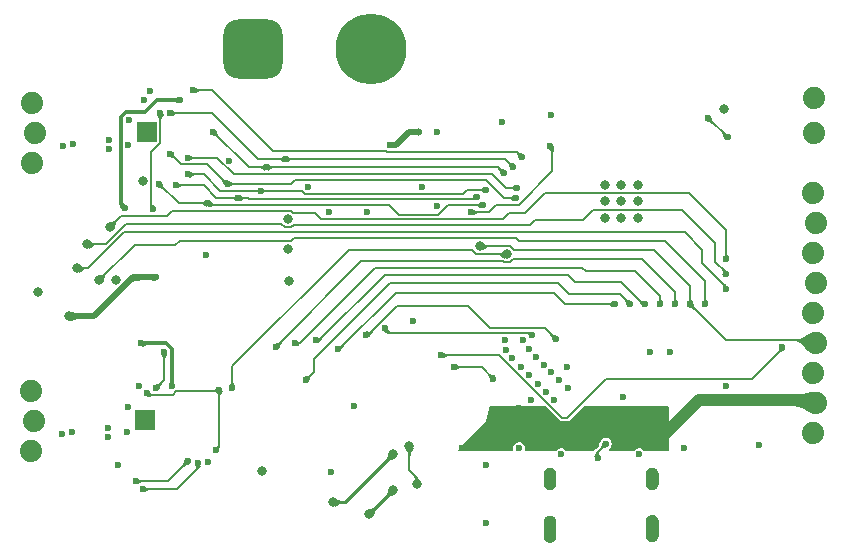
<source format=gbr>
%TF.GenerationSoftware,KiCad,Pcbnew,7.0.2*%
%TF.CreationDate,2023-10-03T18:08:59-04:00*%
%TF.ProjectId,mini_motor_go_V1_rev2,6d696e69-5f6d-46f7-946f-725f676f5f56,rev?*%
%TF.SameCoordinates,Original*%
%TF.FileFunction,Copper,L4,Bot*%
%TF.FilePolarity,Positive*%
%FSLAX46Y46*%
G04 Gerber Fmt 4.6, Leading zero omitted, Abs format (unit mm)*
G04 Created by KiCad (PCBNEW 7.0.2) date 2023-10-03 18:08:59*
%MOMM*%
%LPD*%
G01*
G04 APERTURE LIST*
G04 Aperture macros list*
%AMRoundRect*
0 Rectangle with rounded corners*
0 $1 Rounding radius*
0 $2 $3 $4 $5 $6 $7 $8 $9 X,Y pos of 4 corners*
0 Add a 4 corners polygon primitive as box body*
4,1,4,$2,$3,$4,$5,$6,$7,$8,$9,$2,$3,0*
0 Add four circle primitives for the rounded corners*
1,1,$1+$1,$2,$3*
1,1,$1+$1,$4,$5*
1,1,$1+$1,$6,$7*
1,1,$1+$1,$8,$9*
0 Add four rect primitives between the rounded corners*
20,1,$1+$1,$2,$3,$4,$5,0*
20,1,$1+$1,$4,$5,$6,$7,0*
20,1,$1+$1,$6,$7,$8,$9,0*
20,1,$1+$1,$8,$9,$2,$3,0*%
G04 Aperture macros list end*
%TA.AperFunction,EtchedComponent*%
%ADD10C,0.010000*%
%TD*%
%TA.AperFunction,ComponentPad*%
%ADD11O,0.800000X1.600000*%
%TD*%
%TA.AperFunction,ComponentPad*%
%ADD12C,0.600000*%
%TD*%
%TA.AperFunction,SMDPad,CuDef*%
%ADD13R,1.700000X1.700000*%
%TD*%
%TA.AperFunction,ComponentPad*%
%ADD14C,1.879600*%
%TD*%
%TA.AperFunction,ComponentPad*%
%ADD15RoundRect,1.250000X1.250000X1.250000X-1.250000X1.250000X-1.250000X-1.250000X1.250000X-1.250000X0*%
%TD*%
%TA.AperFunction,ComponentPad*%
%ADD16C,6.000000*%
%TD*%
%TA.AperFunction,ViaPad*%
%ADD17C,0.800000*%
%TD*%
%TA.AperFunction,ViaPad*%
%ADD18C,0.600000*%
%TD*%
%TA.AperFunction,Conductor*%
%ADD19C,0.152000*%
%TD*%
%TA.AperFunction,Conductor*%
%ADD20C,1.000000*%
%TD*%
%TA.AperFunction,Conductor*%
%ADD21C,0.500000*%
%TD*%
%TA.AperFunction,Conductor*%
%ADD22C,0.250000*%
%TD*%
%TA.AperFunction,Conductor*%
%ADD23C,0.200000*%
%TD*%
%TA.AperFunction,Conductor*%
%ADD24C,0.300000*%
%TD*%
G04 APERTURE END LIST*
%TO.C,J11*%
D10*
X160079600Y-89551700D02*
X160105600Y-89553700D01*
X160131600Y-89556700D01*
X160157600Y-89561700D01*
X160182600Y-89567700D01*
X160208600Y-89574700D01*
X160232600Y-89583700D01*
X160256600Y-89593700D01*
X160280600Y-89604700D01*
X160303600Y-89617700D01*
X160325600Y-89631700D01*
X160347600Y-89645700D01*
X160368600Y-89661700D01*
X160388600Y-89678700D01*
X160407600Y-89696700D01*
X160425600Y-89715700D01*
X160442600Y-89735700D01*
X160458600Y-89756700D01*
X160472600Y-89778700D01*
X160486600Y-89800700D01*
X160499600Y-89823700D01*
X160510600Y-89847700D01*
X160520600Y-89871700D01*
X160529600Y-89895700D01*
X160536600Y-89921700D01*
X160542600Y-89946700D01*
X160547600Y-89972700D01*
X160550600Y-89998700D01*
X160552600Y-90024700D01*
X160553600Y-90050700D01*
X160553600Y-90850700D01*
X160552600Y-90876700D01*
X160550600Y-90902700D01*
X160547600Y-90928700D01*
X160542600Y-90954700D01*
X160536600Y-90979700D01*
X160529600Y-91005700D01*
X160520600Y-91029700D01*
X160510600Y-91053700D01*
X160499600Y-91077700D01*
X160486600Y-91100700D01*
X160472600Y-91122700D01*
X160458600Y-91144700D01*
X160442600Y-91165700D01*
X160425600Y-91185700D01*
X160407600Y-91204700D01*
X160388600Y-91222700D01*
X160368600Y-91239700D01*
X160347600Y-91255700D01*
X160325600Y-91269700D01*
X160303600Y-91283700D01*
X160280600Y-91296700D01*
X160256600Y-91307700D01*
X160232600Y-91317700D01*
X160208600Y-91326700D01*
X160182600Y-91333700D01*
X160157600Y-91339700D01*
X160131600Y-91344700D01*
X160105600Y-91347700D01*
X160079600Y-91349700D01*
X160053600Y-91350700D01*
X160027600Y-91349700D01*
X160001600Y-91347700D01*
X159975600Y-91344700D01*
X159949600Y-91339700D01*
X159924600Y-91333700D01*
X159898600Y-91326700D01*
X159874600Y-91317700D01*
X159850600Y-91307700D01*
X159826600Y-91296700D01*
X159803600Y-91283700D01*
X159781600Y-91269700D01*
X159759600Y-91255700D01*
X159738600Y-91239700D01*
X159718600Y-91222700D01*
X159699600Y-91204700D01*
X159681600Y-91185700D01*
X159664600Y-91165700D01*
X159648600Y-91144700D01*
X159634600Y-91122700D01*
X159620600Y-91100700D01*
X159607600Y-91077700D01*
X159596600Y-91053700D01*
X159586600Y-91029700D01*
X159577600Y-91005700D01*
X159570600Y-90979700D01*
X159564600Y-90954700D01*
X159559600Y-90928700D01*
X159556600Y-90902700D01*
X159554600Y-90876700D01*
X159553600Y-90850700D01*
X159553600Y-90050700D01*
X159554600Y-90024700D01*
X159556600Y-89998700D01*
X159559600Y-89972700D01*
X159564600Y-89946700D01*
X159570600Y-89921700D01*
X159577600Y-89895700D01*
X159586600Y-89871700D01*
X159596600Y-89847700D01*
X159607600Y-89823700D01*
X159620600Y-89800700D01*
X159634600Y-89778700D01*
X159648600Y-89756700D01*
X159664600Y-89735700D01*
X159681600Y-89715700D01*
X159699600Y-89696700D01*
X159718600Y-89678700D01*
X159738600Y-89661700D01*
X159759600Y-89645700D01*
X159781600Y-89631700D01*
X159803600Y-89617700D01*
X159826600Y-89604700D01*
X159850600Y-89593700D01*
X159874600Y-89583700D01*
X159898600Y-89574700D01*
X159924600Y-89567700D01*
X159949600Y-89561700D01*
X159975600Y-89556700D01*
X160001600Y-89553700D01*
X160027600Y-89551700D01*
X160053600Y-89550700D01*
X160079600Y-89551700D01*
%TA.AperFunction,EtchedComponent*%
G36*
X160079600Y-89551700D02*
G01*
X160105600Y-89553700D01*
X160131600Y-89556700D01*
X160157600Y-89561700D01*
X160182600Y-89567700D01*
X160208600Y-89574700D01*
X160232600Y-89583700D01*
X160256600Y-89593700D01*
X160280600Y-89604700D01*
X160303600Y-89617700D01*
X160325600Y-89631700D01*
X160347600Y-89645700D01*
X160368600Y-89661700D01*
X160388600Y-89678700D01*
X160407600Y-89696700D01*
X160425600Y-89715700D01*
X160442600Y-89735700D01*
X160458600Y-89756700D01*
X160472600Y-89778700D01*
X160486600Y-89800700D01*
X160499600Y-89823700D01*
X160510600Y-89847700D01*
X160520600Y-89871700D01*
X160529600Y-89895700D01*
X160536600Y-89921700D01*
X160542600Y-89946700D01*
X160547600Y-89972700D01*
X160550600Y-89998700D01*
X160552600Y-90024700D01*
X160553600Y-90050700D01*
X160553600Y-90850700D01*
X160552600Y-90876700D01*
X160550600Y-90902700D01*
X160547600Y-90928700D01*
X160542600Y-90954700D01*
X160536600Y-90979700D01*
X160529600Y-91005700D01*
X160520600Y-91029700D01*
X160510600Y-91053700D01*
X160499600Y-91077700D01*
X160486600Y-91100700D01*
X160472600Y-91122700D01*
X160458600Y-91144700D01*
X160442600Y-91165700D01*
X160425600Y-91185700D01*
X160407600Y-91204700D01*
X160388600Y-91222700D01*
X160368600Y-91239700D01*
X160347600Y-91255700D01*
X160325600Y-91269700D01*
X160303600Y-91283700D01*
X160280600Y-91296700D01*
X160256600Y-91307700D01*
X160232600Y-91317700D01*
X160208600Y-91326700D01*
X160182600Y-91333700D01*
X160157600Y-91339700D01*
X160131600Y-91344700D01*
X160105600Y-91347700D01*
X160079600Y-91349700D01*
X160053600Y-91350700D01*
X160027600Y-91349700D01*
X160001600Y-91347700D01*
X159975600Y-91344700D01*
X159949600Y-91339700D01*
X159924600Y-91333700D01*
X159898600Y-91326700D01*
X159874600Y-91317700D01*
X159850600Y-91307700D01*
X159826600Y-91296700D01*
X159803600Y-91283700D01*
X159781600Y-91269700D01*
X159759600Y-91255700D01*
X159738600Y-91239700D01*
X159718600Y-91222700D01*
X159699600Y-91204700D01*
X159681600Y-91185700D01*
X159664600Y-91165700D01*
X159648600Y-91144700D01*
X159634600Y-91122700D01*
X159620600Y-91100700D01*
X159607600Y-91077700D01*
X159596600Y-91053700D01*
X159586600Y-91029700D01*
X159577600Y-91005700D01*
X159570600Y-90979700D01*
X159564600Y-90954700D01*
X159559600Y-90928700D01*
X159556600Y-90902700D01*
X159554600Y-90876700D01*
X159553600Y-90850700D01*
X159553600Y-90050700D01*
X159554600Y-90024700D01*
X159556600Y-89998700D01*
X159559600Y-89972700D01*
X159564600Y-89946700D01*
X159570600Y-89921700D01*
X159577600Y-89895700D01*
X159586600Y-89871700D01*
X159596600Y-89847700D01*
X159607600Y-89823700D01*
X159620600Y-89800700D01*
X159634600Y-89778700D01*
X159648600Y-89756700D01*
X159664600Y-89735700D01*
X159681600Y-89715700D01*
X159699600Y-89696700D01*
X159718600Y-89678700D01*
X159738600Y-89661700D01*
X159759600Y-89645700D01*
X159781600Y-89631700D01*
X159803600Y-89617700D01*
X159826600Y-89604700D01*
X159850600Y-89593700D01*
X159874600Y-89583700D01*
X159898600Y-89574700D01*
X159924600Y-89567700D01*
X159949600Y-89561700D01*
X159975600Y-89556700D01*
X160001600Y-89553700D01*
X160027600Y-89551700D01*
X160053600Y-89550700D01*
X160079600Y-89551700D01*
G37*
%TD.AperFunction*%
X160079600Y-93601700D02*
X160105600Y-93603700D01*
X160131600Y-93606700D01*
X160157600Y-93611700D01*
X160182600Y-93617700D01*
X160208600Y-93624700D01*
X160232600Y-93633700D01*
X160256600Y-93643700D01*
X160280600Y-93654700D01*
X160303600Y-93667700D01*
X160325600Y-93681700D01*
X160347600Y-93695700D01*
X160368600Y-93711700D01*
X160388600Y-93728700D01*
X160407600Y-93746700D01*
X160425600Y-93765700D01*
X160442600Y-93785700D01*
X160458600Y-93806700D01*
X160472600Y-93828700D01*
X160486600Y-93850700D01*
X160499600Y-93873700D01*
X160510600Y-93897700D01*
X160520600Y-93921700D01*
X160529600Y-93945700D01*
X160536600Y-93971700D01*
X160542600Y-93996700D01*
X160547600Y-94022700D01*
X160550600Y-94048700D01*
X160552600Y-94074700D01*
X160553600Y-94100700D01*
X160553600Y-95300700D01*
X160552600Y-95326700D01*
X160550600Y-95352700D01*
X160547600Y-95378700D01*
X160542600Y-95404700D01*
X160536600Y-95429700D01*
X160529600Y-95455700D01*
X160520600Y-95479700D01*
X160510600Y-95503700D01*
X160499600Y-95527700D01*
X160486600Y-95550700D01*
X160472600Y-95572700D01*
X160458600Y-95594700D01*
X160442600Y-95615700D01*
X160425600Y-95635700D01*
X160407600Y-95654700D01*
X160388600Y-95672700D01*
X160368600Y-95689700D01*
X160347600Y-95705700D01*
X160325600Y-95719700D01*
X160303600Y-95733700D01*
X160280600Y-95746700D01*
X160256600Y-95757700D01*
X160232600Y-95767700D01*
X160208600Y-95776700D01*
X160182600Y-95783700D01*
X160157600Y-95789700D01*
X160131600Y-95794700D01*
X160105600Y-95797700D01*
X160079600Y-95799700D01*
X160053600Y-95800700D01*
X160027600Y-95799700D01*
X160001600Y-95797700D01*
X159975600Y-95794700D01*
X159949600Y-95789700D01*
X159924600Y-95783700D01*
X159898600Y-95776700D01*
X159874600Y-95767700D01*
X159850600Y-95757700D01*
X159826600Y-95746700D01*
X159803600Y-95733700D01*
X159781600Y-95719700D01*
X159759600Y-95705700D01*
X159738600Y-95689700D01*
X159718600Y-95672700D01*
X159699600Y-95654700D01*
X159681600Y-95635700D01*
X159664600Y-95615700D01*
X159648600Y-95594700D01*
X159634600Y-95572700D01*
X159620600Y-95550700D01*
X159607600Y-95527700D01*
X159596600Y-95503700D01*
X159586600Y-95479700D01*
X159577600Y-95455700D01*
X159570600Y-95429700D01*
X159564600Y-95404700D01*
X159559600Y-95378700D01*
X159556600Y-95352700D01*
X159554600Y-95326700D01*
X159553600Y-95300700D01*
X159553600Y-94100700D01*
X159554600Y-94074700D01*
X159556600Y-94048700D01*
X159559600Y-94022700D01*
X159564600Y-93996700D01*
X159570600Y-93971700D01*
X159577600Y-93945700D01*
X159586600Y-93921700D01*
X159596600Y-93897700D01*
X159607600Y-93873700D01*
X159620600Y-93850700D01*
X159634600Y-93828700D01*
X159648600Y-93806700D01*
X159664600Y-93785700D01*
X159681600Y-93765700D01*
X159699600Y-93746700D01*
X159718600Y-93728700D01*
X159738600Y-93711700D01*
X159759600Y-93695700D01*
X159781600Y-93681700D01*
X159803600Y-93667700D01*
X159826600Y-93654700D01*
X159850600Y-93643700D01*
X159874600Y-93633700D01*
X159898600Y-93624700D01*
X159924600Y-93617700D01*
X159949600Y-93611700D01*
X159975600Y-93606700D01*
X160001600Y-93603700D01*
X160027600Y-93601700D01*
X160053600Y-93600700D01*
X160079600Y-93601700D01*
%TA.AperFunction,EtchedComponent*%
G36*
X160079600Y-93601700D02*
G01*
X160105600Y-93603700D01*
X160131600Y-93606700D01*
X160157600Y-93611700D01*
X160182600Y-93617700D01*
X160208600Y-93624700D01*
X160232600Y-93633700D01*
X160256600Y-93643700D01*
X160280600Y-93654700D01*
X160303600Y-93667700D01*
X160325600Y-93681700D01*
X160347600Y-93695700D01*
X160368600Y-93711700D01*
X160388600Y-93728700D01*
X160407600Y-93746700D01*
X160425600Y-93765700D01*
X160442600Y-93785700D01*
X160458600Y-93806700D01*
X160472600Y-93828700D01*
X160486600Y-93850700D01*
X160499600Y-93873700D01*
X160510600Y-93897700D01*
X160520600Y-93921700D01*
X160529600Y-93945700D01*
X160536600Y-93971700D01*
X160542600Y-93996700D01*
X160547600Y-94022700D01*
X160550600Y-94048700D01*
X160552600Y-94074700D01*
X160553600Y-94100700D01*
X160553600Y-95300700D01*
X160552600Y-95326700D01*
X160550600Y-95352700D01*
X160547600Y-95378700D01*
X160542600Y-95404700D01*
X160536600Y-95429700D01*
X160529600Y-95455700D01*
X160520600Y-95479700D01*
X160510600Y-95503700D01*
X160499600Y-95527700D01*
X160486600Y-95550700D01*
X160472600Y-95572700D01*
X160458600Y-95594700D01*
X160442600Y-95615700D01*
X160425600Y-95635700D01*
X160407600Y-95654700D01*
X160388600Y-95672700D01*
X160368600Y-95689700D01*
X160347600Y-95705700D01*
X160325600Y-95719700D01*
X160303600Y-95733700D01*
X160280600Y-95746700D01*
X160256600Y-95757700D01*
X160232600Y-95767700D01*
X160208600Y-95776700D01*
X160182600Y-95783700D01*
X160157600Y-95789700D01*
X160131600Y-95794700D01*
X160105600Y-95797700D01*
X160079600Y-95799700D01*
X160053600Y-95800700D01*
X160027600Y-95799700D01*
X160001600Y-95797700D01*
X159975600Y-95794700D01*
X159949600Y-95789700D01*
X159924600Y-95783700D01*
X159898600Y-95776700D01*
X159874600Y-95767700D01*
X159850600Y-95757700D01*
X159826600Y-95746700D01*
X159803600Y-95733700D01*
X159781600Y-95719700D01*
X159759600Y-95705700D01*
X159738600Y-95689700D01*
X159718600Y-95672700D01*
X159699600Y-95654700D01*
X159681600Y-95635700D01*
X159664600Y-95615700D01*
X159648600Y-95594700D01*
X159634600Y-95572700D01*
X159620600Y-95550700D01*
X159607600Y-95527700D01*
X159596600Y-95503700D01*
X159586600Y-95479700D01*
X159577600Y-95455700D01*
X159570600Y-95429700D01*
X159564600Y-95404700D01*
X159559600Y-95378700D01*
X159556600Y-95352700D01*
X159554600Y-95326700D01*
X159553600Y-95300700D01*
X159553600Y-94100700D01*
X159554600Y-94074700D01*
X159556600Y-94048700D01*
X159559600Y-94022700D01*
X159564600Y-93996700D01*
X159570600Y-93971700D01*
X159577600Y-93945700D01*
X159586600Y-93921700D01*
X159596600Y-93897700D01*
X159607600Y-93873700D01*
X159620600Y-93850700D01*
X159634600Y-93828700D01*
X159648600Y-93806700D01*
X159664600Y-93785700D01*
X159681600Y-93765700D01*
X159699600Y-93746700D01*
X159718600Y-93728700D01*
X159738600Y-93711700D01*
X159759600Y-93695700D01*
X159781600Y-93681700D01*
X159803600Y-93667700D01*
X159826600Y-93654700D01*
X159850600Y-93643700D01*
X159874600Y-93633700D01*
X159898600Y-93624700D01*
X159924600Y-93617700D01*
X159949600Y-93611700D01*
X159975600Y-93606700D01*
X160001600Y-93603700D01*
X160027600Y-93601700D01*
X160053600Y-93600700D01*
X160079600Y-93601700D01*
G37*
%TD.AperFunction*%
X168729600Y-89551700D02*
X168755600Y-89553700D01*
X168781600Y-89556700D01*
X168807600Y-89561700D01*
X168832600Y-89567700D01*
X168858600Y-89574700D01*
X168882600Y-89583700D01*
X168906600Y-89593700D01*
X168930600Y-89604700D01*
X168953600Y-89617700D01*
X168975600Y-89631700D01*
X168997600Y-89645700D01*
X169018600Y-89661700D01*
X169038600Y-89678700D01*
X169057600Y-89696700D01*
X169075600Y-89715700D01*
X169092600Y-89735700D01*
X169108600Y-89756700D01*
X169122600Y-89778700D01*
X169136600Y-89800700D01*
X169149600Y-89823700D01*
X169160600Y-89847700D01*
X169170600Y-89871700D01*
X169179600Y-89895700D01*
X169186600Y-89921700D01*
X169192600Y-89946700D01*
X169197600Y-89972700D01*
X169200600Y-89998700D01*
X169202600Y-90024700D01*
X169203600Y-90050700D01*
X169203600Y-90850700D01*
X169202600Y-90876700D01*
X169200600Y-90902700D01*
X169197600Y-90928700D01*
X169192600Y-90954700D01*
X169186600Y-90979700D01*
X169179600Y-91005700D01*
X169170600Y-91029700D01*
X169160600Y-91053700D01*
X169149600Y-91077700D01*
X169136600Y-91100700D01*
X169122600Y-91122700D01*
X169108600Y-91144700D01*
X169092600Y-91165700D01*
X169075600Y-91185700D01*
X169057600Y-91204700D01*
X169038600Y-91222700D01*
X169018600Y-91239700D01*
X168997600Y-91255700D01*
X168975600Y-91269700D01*
X168953600Y-91283700D01*
X168930600Y-91296700D01*
X168906600Y-91307700D01*
X168882600Y-91317700D01*
X168858600Y-91326700D01*
X168832600Y-91333700D01*
X168807600Y-91339700D01*
X168781600Y-91344700D01*
X168755600Y-91347700D01*
X168729600Y-91349700D01*
X168703600Y-91350700D01*
X168677600Y-91349700D01*
X168651600Y-91347700D01*
X168625600Y-91344700D01*
X168599600Y-91339700D01*
X168574600Y-91333700D01*
X168548600Y-91326700D01*
X168524600Y-91317700D01*
X168500600Y-91307700D01*
X168476600Y-91296700D01*
X168453600Y-91283700D01*
X168431600Y-91269700D01*
X168409600Y-91255700D01*
X168388600Y-91239700D01*
X168368600Y-91222700D01*
X168349600Y-91204700D01*
X168331600Y-91185700D01*
X168314600Y-91165700D01*
X168298600Y-91144700D01*
X168284600Y-91122700D01*
X168270600Y-91100700D01*
X168257600Y-91077700D01*
X168246600Y-91053700D01*
X168236600Y-91029700D01*
X168227600Y-91005700D01*
X168220600Y-90979700D01*
X168214600Y-90954700D01*
X168209600Y-90928700D01*
X168206600Y-90902700D01*
X168204600Y-90876700D01*
X168203600Y-90850700D01*
X168203600Y-90050700D01*
X168204600Y-90024700D01*
X168206600Y-89998700D01*
X168209600Y-89972700D01*
X168214600Y-89946700D01*
X168220600Y-89921700D01*
X168227600Y-89895700D01*
X168236600Y-89871700D01*
X168246600Y-89847700D01*
X168257600Y-89823700D01*
X168270600Y-89800700D01*
X168284600Y-89778700D01*
X168298600Y-89756700D01*
X168314600Y-89735700D01*
X168331600Y-89715700D01*
X168349600Y-89696700D01*
X168368600Y-89678700D01*
X168388600Y-89661700D01*
X168409600Y-89645700D01*
X168431600Y-89631700D01*
X168453600Y-89617700D01*
X168476600Y-89604700D01*
X168500600Y-89593700D01*
X168524600Y-89583700D01*
X168548600Y-89574700D01*
X168574600Y-89567700D01*
X168599600Y-89561700D01*
X168625600Y-89556700D01*
X168651600Y-89553700D01*
X168677600Y-89551700D01*
X168703600Y-89550700D01*
X168729600Y-89551700D01*
%TA.AperFunction,EtchedComponent*%
G36*
X168729600Y-89551700D02*
G01*
X168755600Y-89553700D01*
X168781600Y-89556700D01*
X168807600Y-89561700D01*
X168832600Y-89567700D01*
X168858600Y-89574700D01*
X168882600Y-89583700D01*
X168906600Y-89593700D01*
X168930600Y-89604700D01*
X168953600Y-89617700D01*
X168975600Y-89631700D01*
X168997600Y-89645700D01*
X169018600Y-89661700D01*
X169038600Y-89678700D01*
X169057600Y-89696700D01*
X169075600Y-89715700D01*
X169092600Y-89735700D01*
X169108600Y-89756700D01*
X169122600Y-89778700D01*
X169136600Y-89800700D01*
X169149600Y-89823700D01*
X169160600Y-89847700D01*
X169170600Y-89871700D01*
X169179600Y-89895700D01*
X169186600Y-89921700D01*
X169192600Y-89946700D01*
X169197600Y-89972700D01*
X169200600Y-89998700D01*
X169202600Y-90024700D01*
X169203600Y-90050700D01*
X169203600Y-90850700D01*
X169202600Y-90876700D01*
X169200600Y-90902700D01*
X169197600Y-90928700D01*
X169192600Y-90954700D01*
X169186600Y-90979700D01*
X169179600Y-91005700D01*
X169170600Y-91029700D01*
X169160600Y-91053700D01*
X169149600Y-91077700D01*
X169136600Y-91100700D01*
X169122600Y-91122700D01*
X169108600Y-91144700D01*
X169092600Y-91165700D01*
X169075600Y-91185700D01*
X169057600Y-91204700D01*
X169038600Y-91222700D01*
X169018600Y-91239700D01*
X168997600Y-91255700D01*
X168975600Y-91269700D01*
X168953600Y-91283700D01*
X168930600Y-91296700D01*
X168906600Y-91307700D01*
X168882600Y-91317700D01*
X168858600Y-91326700D01*
X168832600Y-91333700D01*
X168807600Y-91339700D01*
X168781600Y-91344700D01*
X168755600Y-91347700D01*
X168729600Y-91349700D01*
X168703600Y-91350700D01*
X168677600Y-91349700D01*
X168651600Y-91347700D01*
X168625600Y-91344700D01*
X168599600Y-91339700D01*
X168574600Y-91333700D01*
X168548600Y-91326700D01*
X168524600Y-91317700D01*
X168500600Y-91307700D01*
X168476600Y-91296700D01*
X168453600Y-91283700D01*
X168431600Y-91269700D01*
X168409600Y-91255700D01*
X168388600Y-91239700D01*
X168368600Y-91222700D01*
X168349600Y-91204700D01*
X168331600Y-91185700D01*
X168314600Y-91165700D01*
X168298600Y-91144700D01*
X168284600Y-91122700D01*
X168270600Y-91100700D01*
X168257600Y-91077700D01*
X168246600Y-91053700D01*
X168236600Y-91029700D01*
X168227600Y-91005700D01*
X168220600Y-90979700D01*
X168214600Y-90954700D01*
X168209600Y-90928700D01*
X168206600Y-90902700D01*
X168204600Y-90876700D01*
X168203600Y-90850700D01*
X168203600Y-90050700D01*
X168204600Y-90024700D01*
X168206600Y-89998700D01*
X168209600Y-89972700D01*
X168214600Y-89946700D01*
X168220600Y-89921700D01*
X168227600Y-89895700D01*
X168236600Y-89871700D01*
X168246600Y-89847700D01*
X168257600Y-89823700D01*
X168270600Y-89800700D01*
X168284600Y-89778700D01*
X168298600Y-89756700D01*
X168314600Y-89735700D01*
X168331600Y-89715700D01*
X168349600Y-89696700D01*
X168368600Y-89678700D01*
X168388600Y-89661700D01*
X168409600Y-89645700D01*
X168431600Y-89631700D01*
X168453600Y-89617700D01*
X168476600Y-89604700D01*
X168500600Y-89593700D01*
X168524600Y-89583700D01*
X168548600Y-89574700D01*
X168574600Y-89567700D01*
X168599600Y-89561700D01*
X168625600Y-89556700D01*
X168651600Y-89553700D01*
X168677600Y-89551700D01*
X168703600Y-89550700D01*
X168729600Y-89551700D01*
G37*
%TD.AperFunction*%
X168729600Y-93551700D02*
X168755600Y-93553700D01*
X168781600Y-93556700D01*
X168807600Y-93561700D01*
X168832600Y-93567700D01*
X168858600Y-93574700D01*
X168882600Y-93583700D01*
X168906600Y-93593700D01*
X168930600Y-93604700D01*
X168953600Y-93617700D01*
X168975600Y-93631700D01*
X168997600Y-93645700D01*
X169018600Y-93661700D01*
X169038600Y-93678700D01*
X169057600Y-93696700D01*
X169075600Y-93715700D01*
X169092600Y-93735700D01*
X169108600Y-93756700D01*
X169122600Y-93778700D01*
X169136600Y-93800700D01*
X169149600Y-93823700D01*
X169160600Y-93847700D01*
X169170600Y-93871700D01*
X169179600Y-93895700D01*
X169186600Y-93921700D01*
X169192600Y-93946700D01*
X169197600Y-93972700D01*
X169200600Y-93998700D01*
X169202600Y-94024700D01*
X169203600Y-94050700D01*
X169203600Y-95250700D01*
X169202600Y-95276700D01*
X169200600Y-95302700D01*
X169197600Y-95328700D01*
X169192600Y-95354700D01*
X169186600Y-95379700D01*
X169179600Y-95405700D01*
X169170600Y-95429700D01*
X169160600Y-95453700D01*
X169149600Y-95477700D01*
X169136600Y-95500700D01*
X169122600Y-95522700D01*
X169108600Y-95544700D01*
X169092600Y-95565700D01*
X169075600Y-95585700D01*
X169057600Y-95604700D01*
X169038600Y-95622700D01*
X169018600Y-95639700D01*
X168997600Y-95655700D01*
X168975600Y-95669700D01*
X168953600Y-95683700D01*
X168930600Y-95696700D01*
X168906600Y-95707700D01*
X168882600Y-95717700D01*
X168858600Y-95726700D01*
X168832600Y-95733700D01*
X168807600Y-95739700D01*
X168781600Y-95744700D01*
X168755600Y-95747700D01*
X168729600Y-95749700D01*
X168703600Y-95750700D01*
X168677600Y-95749700D01*
X168651600Y-95747700D01*
X168625600Y-95744700D01*
X168599600Y-95739700D01*
X168574600Y-95733700D01*
X168548600Y-95726700D01*
X168524600Y-95717700D01*
X168500600Y-95707700D01*
X168476600Y-95696700D01*
X168453600Y-95683700D01*
X168431600Y-95669700D01*
X168409600Y-95655700D01*
X168388600Y-95639700D01*
X168368600Y-95622700D01*
X168349600Y-95604700D01*
X168331600Y-95585700D01*
X168314600Y-95565700D01*
X168298600Y-95544700D01*
X168284600Y-95522700D01*
X168270600Y-95500700D01*
X168257600Y-95477700D01*
X168246600Y-95453700D01*
X168236600Y-95429700D01*
X168227600Y-95405700D01*
X168220600Y-95379700D01*
X168214600Y-95354700D01*
X168209600Y-95328700D01*
X168206600Y-95302700D01*
X168204600Y-95276700D01*
X168203600Y-95250700D01*
X168203600Y-94050700D01*
X168204600Y-94024700D01*
X168206600Y-93998700D01*
X168209600Y-93972700D01*
X168214600Y-93946700D01*
X168220600Y-93921700D01*
X168227600Y-93895700D01*
X168236600Y-93871700D01*
X168246600Y-93847700D01*
X168257600Y-93823700D01*
X168270600Y-93800700D01*
X168284600Y-93778700D01*
X168298600Y-93756700D01*
X168314600Y-93735700D01*
X168331600Y-93715700D01*
X168349600Y-93696700D01*
X168368600Y-93678700D01*
X168388600Y-93661700D01*
X168409600Y-93645700D01*
X168431600Y-93631700D01*
X168453600Y-93617700D01*
X168476600Y-93604700D01*
X168500600Y-93593700D01*
X168524600Y-93583700D01*
X168548600Y-93574700D01*
X168574600Y-93567700D01*
X168599600Y-93561700D01*
X168625600Y-93556700D01*
X168651600Y-93553700D01*
X168677600Y-93551700D01*
X168703600Y-93550700D01*
X168729600Y-93551700D01*
%TA.AperFunction,EtchedComponent*%
G36*
X168729600Y-93551700D02*
G01*
X168755600Y-93553700D01*
X168781600Y-93556700D01*
X168807600Y-93561700D01*
X168832600Y-93567700D01*
X168858600Y-93574700D01*
X168882600Y-93583700D01*
X168906600Y-93593700D01*
X168930600Y-93604700D01*
X168953600Y-93617700D01*
X168975600Y-93631700D01*
X168997600Y-93645700D01*
X169018600Y-93661700D01*
X169038600Y-93678700D01*
X169057600Y-93696700D01*
X169075600Y-93715700D01*
X169092600Y-93735700D01*
X169108600Y-93756700D01*
X169122600Y-93778700D01*
X169136600Y-93800700D01*
X169149600Y-93823700D01*
X169160600Y-93847700D01*
X169170600Y-93871700D01*
X169179600Y-93895700D01*
X169186600Y-93921700D01*
X169192600Y-93946700D01*
X169197600Y-93972700D01*
X169200600Y-93998700D01*
X169202600Y-94024700D01*
X169203600Y-94050700D01*
X169203600Y-95250700D01*
X169202600Y-95276700D01*
X169200600Y-95302700D01*
X169197600Y-95328700D01*
X169192600Y-95354700D01*
X169186600Y-95379700D01*
X169179600Y-95405700D01*
X169170600Y-95429700D01*
X169160600Y-95453700D01*
X169149600Y-95477700D01*
X169136600Y-95500700D01*
X169122600Y-95522700D01*
X169108600Y-95544700D01*
X169092600Y-95565700D01*
X169075600Y-95585700D01*
X169057600Y-95604700D01*
X169038600Y-95622700D01*
X169018600Y-95639700D01*
X168997600Y-95655700D01*
X168975600Y-95669700D01*
X168953600Y-95683700D01*
X168930600Y-95696700D01*
X168906600Y-95707700D01*
X168882600Y-95717700D01*
X168858600Y-95726700D01*
X168832600Y-95733700D01*
X168807600Y-95739700D01*
X168781600Y-95744700D01*
X168755600Y-95747700D01*
X168729600Y-95749700D01*
X168703600Y-95750700D01*
X168677600Y-95749700D01*
X168651600Y-95747700D01*
X168625600Y-95744700D01*
X168599600Y-95739700D01*
X168574600Y-95733700D01*
X168548600Y-95726700D01*
X168524600Y-95717700D01*
X168500600Y-95707700D01*
X168476600Y-95696700D01*
X168453600Y-95683700D01*
X168431600Y-95669700D01*
X168409600Y-95655700D01*
X168388600Y-95639700D01*
X168368600Y-95622700D01*
X168349600Y-95604700D01*
X168331600Y-95585700D01*
X168314600Y-95565700D01*
X168298600Y-95544700D01*
X168284600Y-95522700D01*
X168270600Y-95500700D01*
X168257600Y-95477700D01*
X168246600Y-95453700D01*
X168236600Y-95429700D01*
X168227600Y-95405700D01*
X168220600Y-95379700D01*
X168214600Y-95354700D01*
X168209600Y-95328700D01*
X168206600Y-95302700D01*
X168204600Y-95276700D01*
X168203600Y-95250700D01*
X168203600Y-94050700D01*
X168204600Y-94024700D01*
X168206600Y-93998700D01*
X168209600Y-93972700D01*
X168214600Y-93946700D01*
X168220600Y-93921700D01*
X168227600Y-93895700D01*
X168236600Y-93871700D01*
X168246600Y-93847700D01*
X168257600Y-93823700D01*
X168270600Y-93800700D01*
X168284600Y-93778700D01*
X168298600Y-93756700D01*
X168314600Y-93735700D01*
X168331600Y-93715700D01*
X168349600Y-93696700D01*
X168368600Y-93678700D01*
X168388600Y-93661700D01*
X168409600Y-93645700D01*
X168431600Y-93631700D01*
X168453600Y-93617700D01*
X168476600Y-93604700D01*
X168500600Y-93593700D01*
X168524600Y-93583700D01*
X168548600Y-93574700D01*
X168574600Y-93567700D01*
X168599600Y-93561700D01*
X168625600Y-93556700D01*
X168651600Y-93553700D01*
X168677600Y-93551700D01*
X168703600Y-93550700D01*
X168729600Y-93551700D01*
G37*
%TD.AperFunction*%
%TD*%
D11*
%TO.P,J11,S1,SHELL_GND*%
%TO.N,unconnected-(J11-SHELL_GND-PadS1)*%
X160053600Y-94650700D03*
%TO.P,J11,S2,SHELL_GND*%
%TO.N,unconnected-(J11-SHELL_GND-PadS2)*%
X168703600Y-90450700D03*
%TO.P,J11,S3,SHELL_GND*%
%TO.N,unconnected-(J11-SHELL_GND-PadS3)*%
X160053600Y-90450700D03*
%TO.P,J11,S4,SHELL_GND*%
%TO.N,unconnected-(J11-SHELL_GND-PadS4)*%
X168703600Y-94650700D03*
%TD*%
D12*
%TO.P,U2,21,PAD*%
%TO.N,GND*%
X126381600Y-60736400D03*
X125481600Y-60736400D03*
D13*
X125931600Y-61136400D03*
D12*
X126381600Y-61536400D03*
X125481600Y-61536400D03*
%TD*%
D14*
%TO.P,J2,1,1*%
%TO.N,Net-(U3-in+1)*%
X116174213Y-88112054D03*
%TO.P,J2,2,2*%
%TO.N,Net-(U5-V)*%
X116428213Y-85572054D03*
%TO.P,J2,3,3*%
%TO.N,Net-(U3-in+2)*%
X116174213Y-83032054D03*
%TD*%
%TO.P,J10,1,Pin_1*%
%TO.N,Net-(J10-Pin_1)*%
X182475000Y-61157800D03*
%TO.P,J10,2,Pin_2*%
%TO.N,Net-(J10-Pin_2)*%
X182475000Y-58262200D03*
%TD*%
D12*
%TO.P,U5,21,PAD*%
%TO.N,GND*%
X126289938Y-85094093D03*
X125389938Y-85094093D03*
D13*
X125839938Y-85494093D03*
D12*
X126289938Y-85894093D03*
X125389938Y-85894093D03*
%TD*%
D14*
%TO.P,J1,1,1*%
%TO.N,Net-(U4-in+1)*%
X116257000Y-63754000D03*
%TO.P,J1,2,2*%
%TO.N,Net-(U2-V)*%
X116511000Y-61214000D03*
%TO.P,J1,3,3*%
%TO.N,Net-(U4-in+2)*%
X116257000Y-58674000D03*
%TD*%
%TO.P,J9,1,Pin_1*%
%TO.N,+3.3V*%
X182344000Y-86610000D03*
%TO.P,J9,2,Pin_2*%
%TO.N,+5V*%
X182598000Y-84070000D03*
%TO.P,J9,3,Pin_3*%
%TO.N,GND*%
X182344000Y-81530000D03*
%TO.P,J9,4,Pin_4*%
%TO.N,gpio8*%
X182598000Y-78990000D03*
%TO.P,J9,5,Pin_5*%
%TO.N,gpio38*%
X182344000Y-76450000D03*
%TO.P,J9,6,Pin_6*%
%TO.N,Net-(J9-Pin_6)*%
X182598000Y-73910000D03*
%TO.P,J9,7,Pin_7*%
%TO.N,Net-(J9-Pin_7)*%
X182344000Y-71370000D03*
%TO.P,J9,8,Pin_8*%
%TO.N,Net-(J9-Pin_8)*%
X182598000Y-68830000D03*
%TO.P,J9,9,Pin_9*%
%TO.N,Net-(J9-Pin_9)*%
X182344000Y-66290000D03*
%TD*%
D15*
%TO.P,J8,2,-*%
%TO.N,GND*%
X134924420Y-54075621D03*
D16*
%TO.P,J8,1,+*%
%TO.N,+BATT*%
X144924420Y-54075621D03*
%TD*%
D17*
%TO.N,GND*%
X138000000Y-73750000D03*
D18*
X157825500Y-78750000D03*
D17*
%TO.N,gpio8*%
X154144667Y-70779500D03*
%TO.N,m2_current_sense_u*%
X156464000Y-71460500D03*
%TO.N,scl*%
X144780000Y-93472000D03*
X146812000Y-91440000D03*
%TO.N,+3.3V*%
X148844000Y-90932000D03*
X148185362Y-87725395D03*
%TO.N,sda*%
X141732000Y-92456000D03*
X146812000Y-88392000D03*
%TO.N,GND*%
X135689493Y-89801810D03*
%TO.N,m2_enc_cs*%
X121920000Y-73660000D03*
%TO.N,+3.3V*%
X119380000Y-76708000D03*
%TO.N,enc_sda*%
X120037570Y-72644000D03*
%TO.N,GND*%
X123337570Y-73660000D03*
X116735000Y-74676000D03*
%TO.N,enc_scl*%
X120904000Y-70612000D03*
%TO.N,m1_enc_cs*%
X122851991Y-69148009D03*
D18*
%TO.N,+BATT*%
X122642802Y-86943201D03*
D17*
X125624500Y-65250000D03*
D18*
X123535134Y-89300134D03*
X122732800Y-62585600D03*
X122732800Y-61772800D03*
X122642802Y-86130401D03*
%TO.N,GND*%
X161544000Y-81026000D03*
X158328060Y-81671940D03*
X166274001Y-83563600D03*
D17*
X164740000Y-66980000D03*
D18*
X118782002Y-86689201D03*
X154686000Y-94234000D03*
D17*
X164740000Y-68380000D03*
D18*
X161590842Y-82809158D03*
X124401600Y-62188400D03*
X157628060Y-80971940D03*
X159044166Y-82433634D03*
D17*
X166140000Y-65580000D03*
D18*
X159590842Y-80809158D03*
X171450000Y-87884000D03*
X159778060Y-83121940D03*
D17*
X166140000Y-68380000D03*
D18*
X177800000Y-87600000D03*
X149250000Y-65786000D03*
X157480000Y-87884000D03*
X131000000Y-71500000D03*
X132956940Y-63543060D03*
X124351602Y-84426001D03*
D17*
X164735137Y-65597355D03*
D18*
X156878060Y-80221940D03*
D17*
X137900000Y-70975500D03*
X166140000Y-66980000D03*
D18*
X143500000Y-84300000D03*
X160419981Y-83809449D03*
D17*
X167540000Y-66980000D03*
D18*
X156342637Y-79578908D03*
D17*
X167540000Y-68380000D03*
X174800000Y-59200000D03*
D18*
X170264500Y-79712000D03*
X141524000Y-89900000D03*
X119727546Y-62136006D03*
X158496000Y-83820000D03*
X124311602Y-86546001D03*
X124441600Y-60068400D03*
X125301405Y-82618760D03*
X160890842Y-82109158D03*
X118872000Y-62331600D03*
X161036000Y-88392000D03*
X144559980Y-67875500D03*
D17*
X167540000Y-65580000D03*
D18*
X126238000Y-57658000D03*
X158283364Y-79501678D03*
X167640000Y-88392000D03*
X160200000Y-59700000D03*
X131114800Y-89013600D03*
X119637548Y-86493607D03*
X156322500Y-78680558D03*
X125730000Y-58420000D03*
D17*
X137900000Y-68500000D03*
D18*
X158940842Y-80159158D03*
X160190842Y-81409158D03*
X154686000Y-89300000D03*
%TO.N,+3.3V*%
X156000000Y-60300000D03*
X125476000Y-79006000D03*
X148500000Y-77100000D03*
X175000000Y-82600000D03*
X125072469Y-73406000D03*
X128778000Y-58420000D03*
X128071231Y-82616191D03*
X168539500Y-79712000D03*
X126746000Y-73406000D03*
X124129800Y-67538600D03*
%TO.N,Net-(U3-in-1)*%
X125000000Y-90673500D03*
X129427830Y-88977500D03*
%TO.N,Net-(U3-in+1)*%
X130327526Y-89152900D03*
X125600000Y-91350000D03*
%TO.N,Net-(U3-ref_1)*%
X131775200Y-88073800D03*
X132100000Y-82950000D03*
X125943348Y-83248850D03*
%TO.N,/motor_controls/standby*%
X127421731Y-79763000D03*
X126492000Y-67640200D03*
X127104261Y-59503500D03*
X126746000Y-82785101D03*
%TO.N,+5V*%
X160528000Y-87630000D03*
X150500000Y-67375500D03*
X169926000Y-86614000D03*
X157480000Y-84455000D03*
X139600000Y-65785500D03*
X156210000Y-87884000D03*
X164338000Y-84582000D03*
X168500000Y-85900000D03*
X152654000Y-87884000D03*
X141400000Y-67900000D03*
X168402000Y-87630000D03*
X155448000Y-84836000D03*
X150500000Y-61100000D03*
%TO.N,Net-(C11-Pad2)*%
X146558000Y-62230000D03*
X149000000Y-61111523D03*
%TO.N,m1_enc_cs*%
X175006000Y-71882000D03*
%TO.N,m2_enc_cs*%
X173228000Y-75692000D03*
%TO.N,m2_uh*%
X158600000Y-78300000D03*
X146106940Y-77706940D03*
%TO.N,m2_ul*%
X140250000Y-78750000D03*
X168148000Y-75692000D03*
%TO.N,m2_vh*%
X144531940Y-78281940D03*
X160600000Y-78621500D03*
%TO.N,m2_vl*%
X136900000Y-79300000D03*
X170688000Y-75692000D03*
%TO.N,m2_wh*%
X165608000Y-75692000D03*
X142113440Y-79513440D03*
%TO.N,m2_wl*%
X138500000Y-79000000D03*
X169418000Y-75692000D03*
%TO.N,m1_uh*%
X131150000Y-67150000D03*
X127000000Y-65500000D03*
X154391439Y-67300500D03*
%TO.N,m1_ul*%
X157200000Y-66700000D03*
X132789823Y-65500000D03*
X127939800Y-62941200D03*
%TO.N,m1_vh*%
X133700000Y-66700000D03*
X128400000Y-65618700D03*
X153900000Y-66585969D03*
%TO.N,m1_vl*%
X157000000Y-64075500D03*
X137700000Y-63400000D03*
X127939800Y-59503500D03*
%TO.N,m1_wh*%
X135600000Y-66075500D03*
X129446099Y-64700000D03*
X154693060Y-66006940D03*
%TO.N,m1_wl*%
X136100000Y-64100000D03*
X156200000Y-64600000D03*
X131600000Y-61100000D03*
%TO.N,Net-(J11-DP1)*%
X164800000Y-87517500D03*
X164126101Y-88722573D03*
%TO.N,Net-(U1-EN)*%
X160100000Y-62300000D03*
X153400000Y-67900000D03*
%TO.N,m2_current_sense_u*%
X133200000Y-82750000D03*
%TO.N,gpio8*%
X171958000Y-75692000D03*
%TO.N,m2_current_sense_w*%
X139400000Y-82100000D03*
X166878000Y-75692000D03*
%TO.N,m1_current_sense_w*%
X129908326Y-57568045D03*
X157734000Y-63246000D03*
%TO.N,m1_current_sense_u*%
X129421099Y-63280167D03*
X157325503Y-65828100D03*
%TO.N,enc_scl*%
X175006000Y-73152000D03*
%TO.N,enc_sda*%
X175006000Y-74422000D03*
%TO.N,sda*%
X175125750Y-61574250D03*
X173482000Y-59930500D03*
%TO.N,gpio8*%
X152000000Y-81000000D03*
X155299500Y-82000000D03*
%TO.N,gpio38*%
X179750000Y-79315500D03*
X150900000Y-80010000D03*
%TD*%
D19*
%TO.N,m1_uh*%
X146499500Y-67299500D02*
X131299500Y-67299500D01*
X147347500Y-68147500D02*
X146499500Y-67299500D01*
X131299500Y-67299500D02*
X131150000Y-67150000D01*
X151450000Y-67300000D02*
X150602500Y-68147500D01*
X150602500Y-68147500D02*
X147347500Y-68147500D01*
X154390939Y-67300000D02*
X151450000Y-67300000D01*
X154391439Y-67300500D02*
X154390939Y-67300000D01*
%TO.N,gpio8*%
X182348000Y-78740000D02*
X182598000Y-78990000D01*
X175006000Y-78740000D02*
X182348000Y-78740000D01*
X171958000Y-75692000D02*
X175006000Y-78740000D01*
D20*
%TO.N,+5V*%
X172720000Y-83820000D02*
X169926000Y-86614000D01*
X182598000Y-84070000D02*
X182348000Y-83820000D01*
X182348000Y-83820000D02*
X172720000Y-83820000D01*
D19*
%TO.N,m2_ul*%
X167992000Y-75692000D02*
X168148000Y-75692000D01*
X166100000Y-73800000D02*
X167992000Y-75692000D01*
X162200000Y-73800000D02*
X166100000Y-73800000D01*
X161600000Y-73200000D02*
X162200000Y-73800000D01*
X146100000Y-73200000D02*
X161600000Y-73200000D01*
X140550000Y-78750000D02*
X146100000Y-73200000D01*
X140250000Y-78750000D02*
X140550000Y-78750000D01*
%TO.N,gpio8*%
X154299500Y-81000000D02*
X155299500Y-82000000D01*
X152000000Y-81000000D02*
X154299500Y-81000000D01*
%TO.N,gpio38*%
X155805944Y-80010000D02*
X150900000Y-80010000D01*
X161544000Y-85344000D02*
X161139944Y-85344000D01*
X161139944Y-85344000D02*
X155805944Y-80010000D01*
X177226000Y-82024000D02*
X164864000Y-82024000D01*
X164864000Y-82024000D02*
X161544000Y-85344000D01*
X179750000Y-79500000D02*
X177226000Y-82024000D01*
X179750000Y-79315500D02*
X179750000Y-79500000D01*
%TO.N,m2_vl*%
X170688000Y-74676000D02*
X170688000Y-75692000D01*
X167894000Y-71882000D02*
X170688000Y-74676000D01*
X156998509Y-71882000D02*
X167894000Y-71882000D01*
X156744009Y-72136500D02*
X156998509Y-71882000D01*
X156183991Y-72136500D02*
X156744009Y-72136500D01*
X156114815Y-72067324D02*
X156183991Y-72136500D01*
X144132676Y-72067324D02*
X156114815Y-72067324D01*
X136900000Y-79300000D02*
X144132676Y-72067324D01*
%TO.N,m2_current_sense_w*%
X161700000Y-74800000D02*
X165986000Y-74800000D01*
X140100000Y-80350000D02*
X146550000Y-73900000D01*
X165986000Y-74800000D02*
X166878000Y-75692000D01*
X140100000Y-81400000D02*
X140100000Y-80350000D01*
X160800000Y-73900000D02*
X161700000Y-74800000D01*
X139400000Y-82100000D02*
X140100000Y-81400000D01*
X146550000Y-73900000D02*
X160800000Y-73900000D01*
%TO.N,m2_wh*%
X160400000Y-74700000D02*
X161392000Y-75692000D01*
X147050000Y-74700000D02*
X160400000Y-74700000D01*
X142236560Y-79513440D02*
X147050000Y-74700000D01*
X142113440Y-79513440D02*
X142236560Y-79513440D01*
X161392000Y-75692000D02*
X165608000Y-75692000D01*
%TO.N,m2_vh*%
X159702500Y-77724000D02*
X160600000Y-78621500D01*
X153148000Y-75848000D02*
X155024000Y-77724000D01*
X147152000Y-75848000D02*
X153148000Y-75848000D01*
X144718060Y-78281940D02*
X147152000Y-75848000D01*
X155024000Y-77724000D02*
X159702500Y-77724000D01*
X144531940Y-78281940D02*
X144718060Y-78281940D01*
%TO.N,m2_wl*%
X169418000Y-75018000D02*
X169418000Y-75692000D01*
X167300000Y-72900000D02*
X169418000Y-75018000D01*
X163100000Y-72900000D02*
X167300000Y-72900000D01*
X162844000Y-72644000D02*
X163100000Y-72900000D01*
X145256000Y-72644000D02*
X162844000Y-72644000D01*
X138500000Y-79000000D02*
X138900000Y-79000000D01*
X138900000Y-79000000D02*
X145256000Y-72644000D01*
D21*
%TO.N,Net-(C11-Pad2)*%
X148138477Y-61111523D02*
X147020000Y-62230000D01*
X149000000Y-61111523D02*
X148138477Y-61111523D01*
X147020000Y-62230000D02*
X146558000Y-62230000D01*
D19*
%TO.N,m2_current_sense_u*%
X143036009Y-71120000D02*
X133200000Y-80956009D01*
X133200000Y-80956009D02*
X133200000Y-82750000D01*
X153529158Y-71120000D02*
X143036009Y-71120000D01*
X153869658Y-71460500D02*
X153529158Y-71120000D01*
X156464000Y-71460500D02*
X153869658Y-71460500D01*
%TO.N,m1_enc_cs*%
X175006000Y-69406000D02*
X175006000Y-71882000D01*
X171900000Y-66300000D02*
X175006000Y-69406000D01*
X159700000Y-66300000D02*
X171900000Y-66300000D01*
X158000000Y-68000000D02*
X159700000Y-66300000D01*
X156600000Y-68000000D02*
X158000000Y-68000000D01*
X156100000Y-68500000D02*
X156600000Y-68000000D01*
X138356009Y-68000000D02*
X140212785Y-68000000D01*
X138174009Y-67818000D02*
X138356009Y-68000000D01*
X128093988Y-67818000D02*
X138174009Y-67818000D01*
X140712785Y-68500000D02*
X156100000Y-68500000D01*
X127695788Y-68216200D02*
X128093988Y-67818000D01*
X123783800Y-68216200D02*
X127695788Y-68216200D01*
X122851991Y-69148009D02*
X123783800Y-68216200D01*
X140212785Y-68000000D02*
X140712785Y-68500000D01*
%TO.N,enc_scl*%
X175006000Y-73006000D02*
X175006000Y-73152000D01*
X174100000Y-72100000D02*
X175006000Y-73006000D01*
X174100000Y-70500000D02*
X174100000Y-72100000D01*
X171300000Y-67700000D02*
X174100000Y-70500000D01*
X163694000Y-67700000D02*
X171300000Y-67700000D01*
X162863236Y-68530764D02*
X163694000Y-67700000D01*
X158799236Y-68530764D02*
X162863236Y-68530764D01*
X158359912Y-68970088D02*
X158799236Y-68530764D01*
X138385921Y-68970088D02*
X158359912Y-68970088D01*
X124233910Y-68900000D02*
X137343991Y-68900000D01*
X137619991Y-69176000D02*
X138180009Y-69176000D01*
X122521910Y-70612000D02*
X124233910Y-68900000D01*
X138180009Y-69176000D02*
X138385921Y-68970088D01*
X120904000Y-70612000D02*
X122521910Y-70612000D01*
X137343991Y-68900000D02*
X137619991Y-69176000D01*
%TO.N,m2_enc_cs*%
X173228000Y-73728000D02*
X173228000Y-75692000D01*
X138376009Y-70103500D02*
X157225500Y-70103500D01*
X157480000Y-70358000D02*
X169858000Y-70358000D01*
X128728480Y-70299500D02*
X138180009Y-70299500D01*
X169858000Y-70358000D02*
X173228000Y-73728000D01*
X138180009Y-70299500D02*
X138376009Y-70103500D01*
X128379971Y-70648009D02*
X128728480Y-70299500D01*
X157225500Y-70103500D02*
X157480000Y-70358000D01*
X124931991Y-70648009D02*
X128379971Y-70648009D01*
X121920000Y-73660000D02*
X124931991Y-70648009D01*
%TO.N,gpio8*%
X168910000Y-71120000D02*
X171958000Y-74168000D01*
X157079509Y-71120000D02*
X168910000Y-71120000D01*
X156739009Y-70779500D02*
X157079509Y-71120000D01*
X154144667Y-70779500D02*
X156739009Y-70779500D01*
X171958000Y-74168000D02*
X171958000Y-75692000D01*
%TO.N,enc_sda*%
X120987714Y-72644000D02*
X120037570Y-72644000D01*
X124035714Y-69596000D02*
X120987714Y-72644000D01*
X173000000Y-71100000D02*
X171496000Y-69596000D01*
X173000000Y-72200000D02*
X173000000Y-71100000D01*
X175006000Y-74206000D02*
X173000000Y-72200000D01*
X171496000Y-69596000D02*
X124035714Y-69596000D01*
X175006000Y-74422000D02*
X175006000Y-74206000D01*
D22*
%TO.N,scl*%
X144780000Y-93472000D02*
X146812000Y-91440000D01*
D23*
%TO.N,+3.3V*%
X148844000Y-90424000D02*
X148844000Y-90932000D01*
X148185362Y-87725395D02*
X148185362Y-89765362D01*
X148336000Y-89916000D02*
X148844000Y-90424000D01*
X148185362Y-89765362D02*
X148336000Y-89916000D01*
D22*
%TO.N,sda*%
X141732000Y-92456000D02*
X142748000Y-92456000D01*
X142748000Y-92456000D02*
X146812000Y-88392000D01*
D21*
%TO.N,+3.3V*%
X121491652Y-76708000D02*
X119380000Y-76708000D01*
X124793652Y-73406000D02*
X121491652Y-76708000D01*
X125476000Y-73406000D02*
X125072469Y-73406000D01*
X125476000Y-73406000D02*
X124793652Y-73406000D01*
X126746000Y-73406000D02*
X125476000Y-73406000D01*
D24*
X128071231Y-79493261D02*
X128071231Y-82616191D01*
X125476000Y-79006000D02*
X127583970Y-79006000D01*
X127583970Y-79006000D02*
X128071231Y-79493261D01*
D19*
%TO.N,/motor_controls/standby*%
X127104261Y-62015739D02*
X127104261Y-59503500D01*
X126300000Y-62820000D02*
X127104261Y-62015739D01*
X126492000Y-67640200D02*
X126300000Y-67448200D01*
X126300000Y-67448200D02*
X126300000Y-62820000D01*
D24*
%TO.N,+3.3V*%
X124129800Y-67538600D02*
X123751600Y-67160400D01*
X125792261Y-59418400D02*
X126790661Y-58420000D01*
X126790661Y-58420000D02*
X128778000Y-58420000D01*
X123751600Y-67160400D02*
X123751600Y-59839161D01*
X124172361Y-59418400D02*
X125792261Y-59418400D01*
X123751600Y-59839161D02*
X124172361Y-59418400D01*
D23*
%TO.N,Net-(U3-in-1)*%
X127731830Y-90673500D02*
X129427830Y-88977500D01*
X125000000Y-90673500D02*
X127731830Y-90673500D01*
%TO.N,Net-(U3-in+1)*%
X125600000Y-91350000D02*
X128500000Y-91350000D01*
X130327526Y-89522474D02*
X130327526Y-89152900D01*
X128500000Y-91350000D02*
X130327526Y-89522474D01*
D19*
%TO.N,Net-(U3-ref_1)*%
X132080000Y-87769000D02*
X131775200Y-88073800D01*
X128140909Y-83361101D02*
X126055599Y-83361101D01*
X132000000Y-83050000D02*
X128452010Y-83050000D01*
X128452010Y-83050000D02*
X128140909Y-83361101D01*
X132100000Y-82950000D02*
X132080000Y-82970000D01*
X132080000Y-82970000D02*
X132080000Y-87769000D01*
X126055599Y-83361101D02*
X125943348Y-83248850D01*
X132100000Y-82950000D02*
X132000000Y-83050000D01*
%TO.N,/motor_controls/standby*%
X127421731Y-82109370D02*
X126746000Y-82785101D01*
X127421731Y-79763000D02*
X127421731Y-82109370D01*
%TO.N,m2_uh*%
X146505058Y-78105058D02*
X146106940Y-77706940D01*
X158600000Y-78300000D02*
X158405058Y-78105058D01*
X158405058Y-78105058D02*
X146505058Y-78105058D01*
%TO.N,m1_uh*%
X127000000Y-65500000D02*
X128650000Y-67150000D01*
X128650000Y-67150000D02*
X131150000Y-67150000D01*
%TO.N,m1_ul*%
X138200000Y-65500000D02*
X132789823Y-65500000D01*
X131064067Y-63855667D02*
X128879667Y-63855667D01*
X156200000Y-66700000D02*
X154710000Y-65210000D01*
X157200000Y-66700000D02*
X156200000Y-66700000D01*
X132708400Y-65500000D02*
X131064067Y-63855667D01*
X132789823Y-65500000D02*
X132708400Y-65500000D01*
X138490000Y-65210000D02*
X138200000Y-65500000D01*
X127965200Y-62941200D02*
X127939800Y-62941200D01*
X154710000Y-65210000D02*
X138490000Y-65210000D01*
X128879667Y-63855667D02*
X127965200Y-62941200D01*
%TO.N,m1_vh*%
X134600000Y-66800000D02*
X134500000Y-66700000D01*
X131851000Y-66700000D02*
X130769700Y-65618700D01*
X153900000Y-66585969D02*
X153685969Y-66800000D01*
X153685969Y-66800000D02*
X134600000Y-66800000D01*
X130769700Y-65618700D02*
X128400000Y-65618700D01*
X133700000Y-66700000D02*
X131851000Y-66700000D01*
X134500000Y-66700000D02*
X133700000Y-66700000D01*
%TO.N,m1_vl*%
X157000000Y-64075500D02*
X156324500Y-63400000D01*
X156324500Y-63400000D02*
X137700000Y-63400000D01*
X135400000Y-63400000D02*
X131503500Y-59503500D01*
X137700000Y-63400000D02*
X135400000Y-63400000D01*
X131503500Y-59503500D02*
X127939800Y-59503500D01*
%TO.N,m1_wh*%
X132190800Y-66100000D02*
X130790800Y-64700000D01*
X139099912Y-66100000D02*
X132190800Y-66100000D01*
X154693060Y-66006940D02*
X154689531Y-66010469D01*
X154689531Y-66010469D02*
X153089531Y-66010469D01*
X130790800Y-64700000D02*
X129446099Y-64700000D01*
X152738500Y-66361500D02*
X139361412Y-66361500D01*
X153089531Y-66010469D02*
X152738500Y-66361500D01*
X139361412Y-66361500D02*
X139099912Y-66100000D01*
%TO.N,m1_wl*%
X156200000Y-64600000D02*
X155700000Y-64100000D01*
X134600000Y-64100000D02*
X136100000Y-64100000D01*
X131600000Y-61100000D02*
X134600000Y-64100000D01*
X155700000Y-64100000D02*
X136100000Y-64100000D01*
%TO.N,Net-(J11-DP1)*%
X164800000Y-87517500D02*
X164126101Y-88191399D01*
X164126101Y-88191399D02*
X164126101Y-88722573D01*
D23*
%TO.N,Net-(U1-EN)*%
X155500000Y-67300000D02*
X154900000Y-67900000D01*
X154900000Y-67900000D02*
X153400000Y-67900000D01*
X160100000Y-62300000D02*
X160300000Y-62500000D01*
X160300000Y-64448529D02*
X157448529Y-67300000D01*
X160300000Y-62500000D02*
X160300000Y-64448529D01*
X157448529Y-67300000D02*
X155500000Y-67300000D01*
D19*
%TO.N,m1_current_sense_w*%
X136600000Y-62700000D02*
X146213412Y-62700000D01*
X131468045Y-57568045D02*
X136600000Y-62700000D01*
X146213412Y-62700000D02*
X146319412Y-62806000D01*
X157294000Y-62806000D02*
X157734000Y-63246000D01*
X129908326Y-57568045D02*
X131468045Y-57568045D01*
X146319412Y-62806000D02*
X157294000Y-62806000D01*
%TO.N,m1_current_sense_u*%
X155200000Y-64700000D02*
X133300000Y-64700000D01*
X157325503Y-65828100D02*
X156328100Y-65828100D01*
X131880167Y-63280167D02*
X129421099Y-63280167D01*
X133300000Y-64700000D02*
X131880167Y-63280167D01*
X156328100Y-65828100D02*
X155200000Y-64700000D01*
D23*
%TO.N,sda*%
X175125750Y-61574250D02*
X173482000Y-59930500D01*
%TD*%
%TA.AperFunction,Conductor*%
%TO.N,+5V*%
G36*
X159748591Y-84347685D02*
G01*
X159769233Y-84364319D01*
X160916537Y-85511623D01*
X160931954Y-85530407D01*
X160940599Y-85543345D01*
X160953534Y-85551987D01*
X160953545Y-85551997D01*
X161016761Y-85594235D01*
X161026909Y-85603432D01*
X161032059Y-85604456D01*
X161032059Y-85604457D01*
X161112711Y-85620500D01*
X161124680Y-85622881D01*
X161124690Y-85622882D01*
X161126148Y-85623171D01*
X161139944Y-85625916D01*
X161153739Y-85623171D01*
X161155198Y-85622882D01*
X161179387Y-85620500D01*
X161504557Y-85620500D01*
X161528746Y-85622882D01*
X161530204Y-85623171D01*
X161544000Y-85625916D01*
X161557795Y-85623171D01*
X161559254Y-85622882D01*
X161559263Y-85622881D01*
X161571232Y-85620500D01*
X161571233Y-85620500D01*
X161651885Y-85604457D01*
X161651885Y-85604456D01*
X161651885Y-85604455D01*
X161657032Y-85603432D01*
X161667177Y-85594238D01*
X161720258Y-85558772D01*
X161720258Y-85558770D01*
X161733688Y-85549798D01*
X161733689Y-85549796D01*
X161743345Y-85543345D01*
X161751987Y-85530411D01*
X161767401Y-85511627D01*
X162914710Y-84364318D01*
X162976033Y-84330834D01*
X163002391Y-84328000D01*
X170056000Y-84328000D01*
X170123039Y-84347685D01*
X170168794Y-84400489D01*
X170180000Y-84452000D01*
X170180000Y-88014000D01*
X170160315Y-88081039D01*
X170107511Y-88126794D01*
X170056000Y-88138000D01*
X168138793Y-88138000D01*
X168071754Y-88118315D01*
X168045080Y-88095202D01*
X167971129Y-88009858D01*
X167971128Y-88009857D01*
X167850053Y-87932047D01*
X167711961Y-87891500D01*
X167568039Y-87891500D01*
X167429947Y-87932047D01*
X167308870Y-88009858D01*
X167234920Y-88095202D01*
X167176143Y-88132977D01*
X167141207Y-88138000D01*
X165182543Y-88138000D01*
X165115504Y-88118315D01*
X165069749Y-88065511D01*
X165059805Y-87996353D01*
X165088830Y-87932797D01*
X165115504Y-87909684D01*
X165116453Y-87909073D01*
X165131128Y-87899643D01*
X165225377Y-87790873D01*
X165285165Y-87659957D01*
X165305647Y-87517500D01*
X165285165Y-87375043D01*
X165282673Y-87369587D01*
X165225376Y-87244125D01*
X165131129Y-87135358D01*
X165131128Y-87135357D01*
X165010053Y-87057547D01*
X164871961Y-87017000D01*
X164728039Y-87017000D01*
X164589947Y-87057547D01*
X164468870Y-87135358D01*
X164374621Y-87244127D01*
X164338662Y-87322865D01*
X164333723Y-87332537D01*
X164323805Y-87350019D01*
X164319445Y-87363188D01*
X164314531Y-87375709D01*
X164313470Y-87378032D01*
X164310856Y-87389126D01*
X164286320Y-87463243D01*
X164285754Y-87465099D01*
X164282656Y-87475596D01*
X164282150Y-87477464D01*
X164282292Y-87476981D01*
X164281844Y-87478866D01*
X164279416Y-87489505D01*
X164279022Y-87491422D01*
X164261350Y-87581228D01*
X164260729Y-87584188D01*
X164251492Y-87625716D01*
X164242377Y-87652162D01*
X164237059Y-87663315D01*
X164220168Y-87689596D01*
X164171378Y-87747810D01*
X164169627Y-87750847D01*
X164149895Y-87776573D01*
X163989365Y-87937103D01*
X163975737Y-87948881D01*
X163960253Y-87960409D01*
X163949496Y-87972322D01*
X163926877Y-87991871D01*
X163917750Y-88005530D01*
X163906689Y-88019731D01*
X163872895Y-88057160D01*
X163872062Y-88058083D01*
X163861367Y-88070942D01*
X163860231Y-88072427D01*
X163859513Y-88073447D01*
X163858784Y-88074442D01*
X163851150Y-88085338D01*
X163796481Y-88128847D01*
X163749726Y-88138000D01*
X161534793Y-88138000D01*
X161467754Y-88118315D01*
X161441080Y-88095202D01*
X161367129Y-88009858D01*
X161367128Y-88009857D01*
X161246053Y-87932047D01*
X161107961Y-87891500D01*
X160964039Y-87891500D01*
X160825947Y-87932047D01*
X160704870Y-88009858D01*
X160630920Y-88095202D01*
X160572143Y-88132977D01*
X160537207Y-88138000D01*
X158092231Y-88138000D01*
X158025192Y-88118315D01*
X157979437Y-88065511D01*
X157969493Y-87996353D01*
X157970111Y-87992054D01*
X157985647Y-87884000D01*
X157965165Y-87741543D01*
X157941441Y-87689596D01*
X157905376Y-87610625D01*
X157811129Y-87501858D01*
X157811128Y-87501857D01*
X157690053Y-87424047D01*
X157551961Y-87383500D01*
X157408039Y-87383500D01*
X157269947Y-87424047D01*
X157148870Y-87501858D01*
X157054623Y-87610625D01*
X156994834Y-87741542D01*
X156987742Y-87790873D01*
X156974353Y-87884000D01*
X156989862Y-87991871D01*
X156990507Y-87996353D01*
X156980563Y-88065512D01*
X156934808Y-88118316D01*
X156867769Y-88138000D01*
X152445362Y-88138000D01*
X152378323Y-88118315D01*
X152332568Y-88065511D01*
X152322624Y-87996353D01*
X152351649Y-87932797D01*
X152357681Y-87926319D01*
X153267000Y-87017000D01*
X154686000Y-85598000D01*
X154897664Y-84539681D01*
X154920064Y-84427682D01*
X154952514Y-84365804D01*
X155013266Y-84331294D01*
X155041656Y-84328000D01*
X159681552Y-84328000D01*
X159748591Y-84347685D01*
G37*
%TD.AperFunction*%
%TD*%
%TA.AperFunction,Conductor*%
%TO.N,m1_uh*%
G36*
X131369589Y-66946953D02*
G01*
X131370309Y-66947747D01*
X131436302Y-67027474D01*
X131437175Y-67028678D01*
X131486353Y-67106449D01*
X131522706Y-67154885D01*
X131532788Y-67168317D01*
X131565402Y-67188615D01*
X131598017Y-67208914D01*
X131693876Y-67222109D01*
X131701605Y-67226632D01*
X131703981Y-67233700D01*
X131703981Y-67364437D01*
X131700554Y-67372710D01*
X131692936Y-67376119D01*
X131566260Y-67383226D01*
X131566253Y-67383226D01*
X131565875Y-67383248D01*
X131565500Y-67383319D01*
X131565494Y-67383320D01*
X131468935Y-67401685D01*
X131468918Y-67401688D01*
X131468733Y-67401724D01*
X131468560Y-67401769D01*
X131468532Y-67401776D01*
X131385644Y-67423670D01*
X131384842Y-67423852D01*
X131288866Y-67442107D01*
X131287335Y-67442295D01*
X131162313Y-67449309D01*
X131153861Y-67446351D01*
X131149976Y-67438282D01*
X131149959Y-67437700D01*
X131149016Y-67154884D01*
X131152414Y-67146601D01*
X131353044Y-66946913D01*
X131361324Y-66943507D01*
X131369589Y-66946953D01*
G37*
%TD.AperFunction*%
%TD*%
%TA.AperFunction,Conductor*%
%TO.N,m1_uh*%
G36*
X154281129Y-67034171D02*
G01*
X154281469Y-67034910D01*
X154390554Y-67295989D01*
X154390581Y-67304944D01*
X154390554Y-67305011D01*
X154281473Y-67566081D01*
X154275121Y-67572393D01*
X154266166Y-67572366D01*
X154265419Y-67572022D01*
X154158870Y-67518421D01*
X154157598Y-67517677D01*
X154076692Y-67463253D01*
X154076567Y-67463172D01*
X154005875Y-67418035D01*
X153919554Y-67387322D01*
X153802207Y-67376942D01*
X153794268Y-67372800D01*
X153791538Y-67365288D01*
X153791538Y-67234718D01*
X153794965Y-67226445D01*
X153802214Y-67223063D01*
X153919500Y-67212773D01*
X154005842Y-67182294D01*
X154076714Y-67137362D01*
X154076844Y-67137276D01*
X154126346Y-67104138D01*
X154157662Y-67083176D01*
X154158905Y-67082452D01*
X154265424Y-67028964D01*
X154274354Y-67028315D01*
X154281129Y-67034171D01*
G37*
%TD.AperFunction*%
%TD*%
%TA.AperFunction,Conductor*%
%TO.N,gpio8*%
G36*
X182242832Y-78132567D02*
G01*
X182243099Y-78133162D01*
X182595995Y-78982767D01*
X182596004Y-78991722D01*
X182593457Y-78995534D01*
X181942298Y-79645715D01*
X181934022Y-79649136D01*
X181925752Y-79645703D01*
X181925231Y-79645146D01*
X181686545Y-79372736D01*
X181686010Y-79372079D01*
X181510934Y-79140375D01*
X181510930Y-79140370D01*
X181510722Y-79140095D01*
X181342244Y-78964980D01*
X181116242Y-78854479D01*
X181006166Y-78842311D01*
X180778543Y-78817151D01*
X180770696Y-78812836D01*
X180768128Y-78805522D01*
X180768128Y-78674889D01*
X180771555Y-78666616D01*
X180778988Y-78663219D01*
X181152410Y-78636389D01*
X181415650Y-78559477D01*
X181633772Y-78442145D01*
X181882252Y-78293538D01*
X181883163Y-78293047D01*
X182227211Y-78127111D01*
X182236152Y-78126604D01*
X182242832Y-78132567D01*
G37*
%TD.AperFunction*%
%TD*%
%TA.AperFunction,Conductor*%
%TO.N,gpio8*%
G36*
X172232511Y-75581988D02*
G01*
X172238823Y-75588340D01*
X172239107Y-75589107D01*
X172276585Y-75702316D01*
X172276957Y-75703732D01*
X172295793Y-75799364D01*
X172295829Y-75799532D01*
X172307446Y-75851749D01*
X172314029Y-75881341D01*
X172353455Y-75964031D01*
X172429121Y-76054311D01*
X172431809Y-76062852D01*
X172428427Y-76070099D01*
X172336099Y-76162427D01*
X172327826Y-76165854D01*
X172320311Y-76163121D01*
X172230031Y-76087455D01*
X172147341Y-76048029D01*
X172065364Y-76029793D01*
X171969732Y-76010957D01*
X171968316Y-76010585D01*
X171855107Y-75973107D01*
X171848330Y-75967254D01*
X171847677Y-75958323D01*
X171847961Y-75957556D01*
X171955436Y-75695815D01*
X171961746Y-75689464D01*
X172223557Y-75581961D01*
X172232511Y-75581988D01*
G37*
%TD.AperFunction*%
%TD*%
%TA.AperFunction,Conductor*%
%TO.N,+5V*%
G36*
X182594219Y-83133793D02*
G01*
X182598001Y-83141910D01*
X182598012Y-83142405D01*
X182598997Y-84067660D01*
X182598102Y-84072160D01*
X182243187Y-84926625D01*
X182236849Y-84932951D01*
X182227894Y-84932942D01*
X182227106Y-84932580D01*
X181879766Y-84757115D01*
X181878460Y-84756345D01*
X181632223Y-84588796D01*
X181632114Y-84588724D01*
X181417964Y-84449735D01*
X181156529Y-84355001D01*
X180778778Y-84320959D01*
X180770846Y-84316803D01*
X180768128Y-84309306D01*
X180768128Y-83331203D01*
X180771555Y-83322930D01*
X180779319Y-83319514D01*
X181223349Y-83300260D01*
X181544700Y-83253190D01*
X181821143Y-83197066D01*
X181821725Y-83196965D01*
X182142187Y-83150025D01*
X182143365Y-83149913D01*
X182585806Y-83130728D01*
X182594219Y-83133793D01*
G37*
%TD.AperFunction*%
%TD*%
%TA.AperFunction,Conductor*%
%TO.N,m2_ul*%
G36*
X167723188Y-75314232D02*
G01*
X167798744Y-75376193D01*
X167871263Y-75404633D01*
X167878409Y-75404879D01*
X167945209Y-75407181D01*
X168032965Y-75398214D01*
X168033490Y-75398173D01*
X168135698Y-75392663D01*
X168144144Y-75395640D01*
X168148011Y-75403716D01*
X168148028Y-75404318D01*
X168148695Y-75687820D01*
X168145288Y-75696102D01*
X168145241Y-75696149D01*
X167944843Y-75895216D01*
X167936558Y-75898615D01*
X167928296Y-75895161D01*
X167927679Y-75894488D01*
X167842457Y-75794128D01*
X167841181Y-75792297D01*
X167790578Y-75702467D01*
X167790058Y-75701426D01*
X167753202Y-75617429D01*
X167753085Y-75617162D01*
X167701647Y-75525849D01*
X167701646Y-75525847D01*
X167614491Y-75423212D01*
X167611748Y-75414688D01*
X167615135Y-75407367D01*
X167707497Y-75315005D01*
X167715769Y-75311579D01*
X167723188Y-75314232D01*
G37*
%TD.AperFunction*%
%TD*%
%TA.AperFunction,Conductor*%
%TO.N,m2_ul*%
G36*
X140263499Y-78452148D02*
G01*
X140368915Y-78468925D01*
X140371642Y-78469708D01*
X140463835Y-78508816D01*
X140543022Y-78542320D01*
X140620376Y-78542983D01*
X140700407Y-78489466D01*
X140709188Y-78487717D01*
X140715183Y-78490920D01*
X140807679Y-78583416D01*
X140811106Y-78591689D01*
X140807759Y-78599881D01*
X140726921Y-78682304D01*
X140726807Y-78682424D01*
X140665274Y-78748113D01*
X140612728Y-78805627D01*
X140551150Y-78871361D01*
X140550964Y-78871554D01*
X140470377Y-78953724D01*
X140462138Y-78957231D01*
X140453832Y-78953885D01*
X140453778Y-78953833D01*
X140252758Y-78754149D01*
X140249304Y-78745887D01*
X140249304Y-78745821D01*
X140249967Y-78463674D01*
X140253413Y-78455411D01*
X140261694Y-78452004D01*
X140263499Y-78452148D01*
G37*
%TD.AperFunction*%
%TD*%
%TA.AperFunction,Conductor*%
%TO.N,gpio8*%
G36*
X154937187Y-81528877D02*
G01*
X155027467Y-81604544D01*
X155096984Y-81637689D01*
X155110157Y-81643970D01*
X155192134Y-81662205D01*
X155192254Y-81662229D01*
X155222337Y-81668154D01*
X155287777Y-81681043D01*
X155289169Y-81681409D01*
X155402392Y-81718892D01*
X155409169Y-81724745D01*
X155409822Y-81733676D01*
X155409538Y-81734443D01*
X155302063Y-81996184D01*
X155295751Y-82002536D01*
X155295684Y-82002563D01*
X155033943Y-82110038D01*
X155024988Y-82110011D01*
X155018676Y-82103659D01*
X155018392Y-82102892D01*
X154985168Y-82002536D01*
X154980909Y-81989669D01*
X154980543Y-81988277D01*
X154961705Y-81892634D01*
X154961671Y-81892475D01*
X154943470Y-81810657D01*
X154943469Y-81810656D01*
X154904044Y-81727967D01*
X154828377Y-81637687D01*
X154825690Y-81629147D01*
X154829071Y-81621901D01*
X154921401Y-81529571D01*
X154929673Y-81526145D01*
X154937187Y-81528877D01*
G37*
%TD.AperFunction*%
%TD*%
%TA.AperFunction,Conductor*%
%TO.N,gpio8*%
G36*
X152125274Y-80728129D02*
G01*
X152126017Y-80728471D01*
X152168966Y-80750055D01*
X152232572Y-80782022D01*
X152233833Y-80782758D01*
X152314774Y-80837061D01*
X152314890Y-80837135D01*
X152385635Y-80882134D01*
X152471982Y-80912726D01*
X152497219Y-80914948D01*
X152589328Y-80923060D01*
X152597267Y-80927198D01*
X152600000Y-80934714D01*
X152600000Y-81065284D01*
X152596573Y-81073557D01*
X152589326Y-81076939D01*
X152471982Y-81087271D01*
X152385635Y-81117864D01*
X152314774Y-81162937D01*
X152314651Y-81163019D01*
X152233833Y-81217240D01*
X152232569Y-81217978D01*
X152126017Y-81271528D01*
X152117086Y-81272181D01*
X152110309Y-81266328D01*
X152109967Y-81265585D01*
X152067113Y-81163019D01*
X152000883Y-81004509D01*
X152000857Y-80995555D01*
X152109967Y-80734413D01*
X152116319Y-80728102D01*
X152125274Y-80728129D01*
G37*
%TD.AperFunction*%
%TD*%
%TA.AperFunction,Conductor*%
%TO.N,gpio38*%
G36*
X151025274Y-79738129D02*
G01*
X151026017Y-79738471D01*
X151068966Y-79760055D01*
X151132572Y-79792022D01*
X151133833Y-79792758D01*
X151214774Y-79847061D01*
X151214890Y-79847135D01*
X151285635Y-79892134D01*
X151371982Y-79922726D01*
X151397219Y-79924948D01*
X151489328Y-79933060D01*
X151497267Y-79937198D01*
X151500000Y-79944714D01*
X151500000Y-80075284D01*
X151496573Y-80083557D01*
X151489326Y-80086939D01*
X151371982Y-80097271D01*
X151285635Y-80127864D01*
X151214774Y-80172937D01*
X151214651Y-80173019D01*
X151133833Y-80227240D01*
X151132569Y-80227978D01*
X151026017Y-80281528D01*
X151017086Y-80282181D01*
X151010309Y-80276328D01*
X151009967Y-80275585D01*
X150989767Y-80227240D01*
X150900883Y-80014509D01*
X150900857Y-80005556D01*
X150900862Y-80005542D01*
X151009967Y-79744413D01*
X151016319Y-79738102D01*
X151025274Y-79738129D01*
G37*
%TD.AperFunction*%
%TD*%
%TA.AperFunction,Conductor*%
%TO.N,gpio38*%
G36*
X179754102Y-79318211D02*
G01*
X179754149Y-79318258D01*
X179953329Y-79518770D01*
X179956728Y-79527055D01*
X179953274Y-79535317D01*
X179952715Y-79535837D01*
X179855805Y-79620291D01*
X179854290Y-79621410D01*
X179768972Y-79674384D01*
X179768105Y-79674872D01*
X179689075Y-79715079D01*
X179689065Y-79715084D01*
X179688848Y-79715195D01*
X179688646Y-79715319D01*
X179688636Y-79715326D01*
X179602309Y-79768928D01*
X179503507Y-79855032D01*
X179495018Y-79857884D01*
X179487547Y-79854484D01*
X179395142Y-79762079D01*
X179391715Y-79753806D01*
X179394225Y-79746565D01*
X179454487Y-79670114D01*
X179477443Y-79596244D01*
X179473272Y-79520757D01*
X179458670Y-79431813D01*
X179458548Y-79430784D01*
X179450929Y-79328035D01*
X179453735Y-79319531D01*
X179461732Y-79315502D01*
X179462556Y-79315470D01*
X179745821Y-79314804D01*
X179754102Y-79318211D01*
G37*
%TD.AperFunction*%
%TD*%
%TA.AperFunction,Conductor*%
%TO.N,m2_vl*%
G36*
X170761558Y-75095427D02*
G01*
X170764940Y-75102674D01*
X170775271Y-75220016D01*
X170805864Y-75306363D01*
X170850937Y-75377224D01*
X170851019Y-75377347D01*
X170905240Y-75458165D01*
X170905978Y-75459429D01*
X170959528Y-75565982D01*
X170960181Y-75574913D01*
X170954328Y-75581690D01*
X170953585Y-75582032D01*
X170692511Y-75691115D01*
X170683556Y-75691142D01*
X170683489Y-75691115D01*
X170422413Y-75582032D01*
X170416101Y-75575680D01*
X170416128Y-75566725D01*
X170416456Y-75566011D01*
X170470025Y-75459418D01*
X170470751Y-75458175D01*
X170525061Y-75377224D01*
X170570134Y-75306363D01*
X170600726Y-75220016D01*
X170611060Y-75102674D01*
X170615200Y-75094733D01*
X170622715Y-75092000D01*
X170753285Y-75092000D01*
X170761558Y-75095427D01*
G37*
%TD.AperFunction*%
%TD*%
%TA.AperFunction,Conductor*%
%TO.N,m2_vl*%
G36*
X137278099Y-78829572D02*
G01*
X137370427Y-78921900D01*
X137373854Y-78930173D01*
X137371121Y-78937689D01*
X137295454Y-79027968D01*
X137292367Y-79034443D01*
X137256029Y-79110657D01*
X137237792Y-79192634D01*
X137237793Y-79192634D01*
X137237771Y-79192746D01*
X137218957Y-79288265D01*
X137218585Y-79289681D01*
X137181107Y-79402892D01*
X137175254Y-79409669D01*
X137166323Y-79410322D01*
X137165556Y-79410038D01*
X136903815Y-79302563D01*
X136897463Y-79296251D01*
X136897436Y-79296184D01*
X136789961Y-79034443D01*
X136789988Y-79025488D01*
X136796340Y-79019176D01*
X136797097Y-79018895D01*
X136910331Y-78981407D01*
X136911716Y-78981043D01*
X137007364Y-78962205D01*
X137007523Y-78962171D01*
X137089342Y-78943970D01*
X137172029Y-78904545D01*
X137172029Y-78904544D01*
X137172031Y-78904544D01*
X137262312Y-78828877D01*
X137270852Y-78826190D01*
X137278099Y-78829572D01*
G37*
%TD.AperFunction*%
%TD*%
%TA.AperFunction,Conductor*%
%TO.N,m2_current_sense_w*%
G36*
X166515687Y-75220877D02*
G01*
X166605967Y-75296544D01*
X166675484Y-75329689D01*
X166688657Y-75335970D01*
X166770634Y-75354205D01*
X166770754Y-75354229D01*
X166800837Y-75360154D01*
X166866277Y-75373043D01*
X166867669Y-75373409D01*
X166980892Y-75410892D01*
X166987669Y-75416745D01*
X166988322Y-75425676D01*
X166988038Y-75426443D01*
X166880563Y-75688184D01*
X166874251Y-75694536D01*
X166874184Y-75694563D01*
X166612443Y-75802038D01*
X166603488Y-75802011D01*
X166597176Y-75795659D01*
X166596892Y-75794892D01*
X166563668Y-75694536D01*
X166559409Y-75681669D01*
X166559043Y-75680277D01*
X166540205Y-75584634D01*
X166540171Y-75584475D01*
X166521970Y-75502657D01*
X166521970Y-75502656D01*
X166482544Y-75419967D01*
X166406877Y-75329687D01*
X166404190Y-75321147D01*
X166407571Y-75313901D01*
X166499901Y-75221571D01*
X166508173Y-75218145D01*
X166515687Y-75220877D01*
G37*
%TD.AperFunction*%
%TD*%
%TA.AperFunction,Conductor*%
%TO.N,m2_current_sense_w*%
G36*
X139778099Y-81629572D02*
G01*
X139870427Y-81721900D01*
X139873854Y-81730173D01*
X139871121Y-81737689D01*
X139795454Y-81827968D01*
X139792367Y-81834443D01*
X139756029Y-81910657D01*
X139737792Y-81992633D01*
X139737793Y-81992634D01*
X139737771Y-81992746D01*
X139718957Y-82088265D01*
X139718585Y-82089681D01*
X139681107Y-82202892D01*
X139675254Y-82209669D01*
X139666323Y-82210322D01*
X139665556Y-82210038D01*
X139403815Y-82102563D01*
X139397463Y-82096251D01*
X139397436Y-82096184D01*
X139289961Y-81834443D01*
X139289988Y-81825488D01*
X139296340Y-81819176D01*
X139297097Y-81818895D01*
X139410331Y-81781407D01*
X139411716Y-81781043D01*
X139507364Y-81762205D01*
X139507523Y-81762171D01*
X139589342Y-81743970D01*
X139672029Y-81704545D01*
X139672029Y-81704544D01*
X139672031Y-81704544D01*
X139762312Y-81628877D01*
X139770852Y-81626190D01*
X139778099Y-81629572D01*
G37*
%TD.AperFunction*%
%TD*%
%TA.AperFunction,Conductor*%
%TO.N,m2_wh*%
G36*
X142540380Y-79116343D02*
G01*
X142632691Y-79208654D01*
X142636118Y-79216927D01*
X142632897Y-79224989D01*
X142558401Y-79303340D01*
X142558392Y-79303349D01*
X142558206Y-79303546D01*
X142558036Y-79303764D01*
X142558033Y-79303768D01*
X142505686Y-79371064D01*
X142469584Y-79436040D01*
X142469579Y-79436048D01*
X142469429Y-79436320D01*
X142469310Y-79436599D01*
X142469305Y-79436612D01*
X142435659Y-79516365D01*
X142395004Y-79617318D01*
X142388735Y-79623712D01*
X142379780Y-79623800D01*
X142379707Y-79623770D01*
X142117255Y-79516003D01*
X142110903Y-79509691D01*
X142110876Y-79509624D01*
X142053981Y-79371064D01*
X142003725Y-79248672D01*
X142003752Y-79239718D01*
X142010104Y-79233406D01*
X142011602Y-79232905D01*
X142131581Y-79201724D01*
X142134593Y-79201349D01*
X142240269Y-79202088D01*
X142240804Y-79202105D01*
X142334259Y-79207606D01*
X142427437Y-79186964D01*
X142525182Y-79115185D01*
X142533878Y-79113051D01*
X142540380Y-79116343D01*
G37*
%TD.AperFunction*%
%TD*%
%TA.AperFunction,Conductor*%
%TO.N,m2_wh*%
G36*
X165497690Y-75425670D02*
G01*
X165498032Y-75426413D01*
X165607115Y-75687489D01*
X165607142Y-75696444D01*
X165607115Y-75696511D01*
X165498032Y-75957585D01*
X165491680Y-75963897D01*
X165482725Y-75963870D01*
X165481982Y-75963528D01*
X165375429Y-75909978D01*
X165374165Y-75909240D01*
X165293224Y-75854937D01*
X165293108Y-75854863D01*
X165222363Y-75809864D01*
X165136016Y-75779271D01*
X165018674Y-75768939D01*
X165010733Y-75764800D01*
X165008000Y-75757284D01*
X165008000Y-75626714D01*
X165011427Y-75618441D01*
X165018671Y-75615060D01*
X165117774Y-75606332D01*
X165136016Y-75604726D01*
X165222363Y-75574134D01*
X165293224Y-75529061D01*
X165293347Y-75528979D01*
X165322680Y-75509299D01*
X165374175Y-75474751D01*
X165375418Y-75474025D01*
X165481984Y-75420469D01*
X165490913Y-75419817D01*
X165497690Y-75425670D01*
G37*
%TD.AperFunction*%
%TD*%
%TA.AperFunction,Conductor*%
%TO.N,m2_vh*%
G36*
X160237687Y-78150377D02*
G01*
X160327967Y-78226044D01*
X160397484Y-78259189D01*
X160410657Y-78265470D01*
X160492634Y-78283705D01*
X160492754Y-78283729D01*
X160522837Y-78289654D01*
X160588277Y-78302543D01*
X160589669Y-78302909D01*
X160702892Y-78340392D01*
X160709669Y-78346245D01*
X160710322Y-78355176D01*
X160710038Y-78355943D01*
X160602563Y-78617684D01*
X160596251Y-78624036D01*
X160596184Y-78624063D01*
X160334443Y-78731538D01*
X160325488Y-78731511D01*
X160319176Y-78725159D01*
X160318892Y-78724392D01*
X160285668Y-78624036D01*
X160281409Y-78611169D01*
X160281043Y-78609777D01*
X160262205Y-78514134D01*
X160262171Y-78513975D01*
X160243970Y-78432157D01*
X160243969Y-78432156D01*
X160204544Y-78349467D01*
X160128877Y-78259187D01*
X160126190Y-78250647D01*
X160129571Y-78243401D01*
X160221901Y-78151071D01*
X160230173Y-78147645D01*
X160237687Y-78150377D01*
G37*
%TD.AperFunction*%
%TD*%
%TA.AperFunction,Conductor*%
%TO.N,m2_vh*%
G36*
X144978779Y-77928424D02*
G01*
X145071187Y-78020832D01*
X145074614Y-78029105D01*
X145071729Y-78036798D01*
X144985706Y-78135361D01*
X144931992Y-78221399D01*
X144931857Y-78221616D01*
X144931747Y-78221829D01*
X144931737Y-78221848D01*
X144891358Y-78300574D01*
X144890873Y-78301430D01*
X144837777Y-78386479D01*
X144836667Y-78387976D01*
X144752278Y-78484668D01*
X144744256Y-78488648D01*
X144735770Y-78485790D01*
X144735217Y-78485276D01*
X144534698Y-78286089D01*
X144531244Y-78277827D01*
X144531244Y-78277760D01*
X144531376Y-78221848D01*
X144531910Y-77994523D01*
X144535356Y-77986259D01*
X144543638Y-77982852D01*
X144544468Y-77982884D01*
X144647250Y-77990630D01*
X144648287Y-77990755D01*
X144737301Y-78005695D01*
X144812858Y-78010270D01*
X144886788Y-77987648D01*
X144963276Y-77927499D01*
X144971895Y-77925080D01*
X144978779Y-77928424D01*
G37*
%TD.AperFunction*%
%TD*%
%TA.AperFunction,Conductor*%
%TO.N,m2_wl*%
G36*
X169491558Y-75095427D02*
G01*
X169494940Y-75102674D01*
X169505271Y-75220016D01*
X169535864Y-75306363D01*
X169580937Y-75377224D01*
X169581019Y-75377347D01*
X169635240Y-75458165D01*
X169635978Y-75459429D01*
X169689528Y-75565982D01*
X169690181Y-75574913D01*
X169684328Y-75581690D01*
X169683585Y-75582032D01*
X169422511Y-75691115D01*
X169413556Y-75691142D01*
X169413489Y-75691115D01*
X169152413Y-75582032D01*
X169146101Y-75575680D01*
X169146128Y-75566725D01*
X169146456Y-75566011D01*
X169200025Y-75459418D01*
X169200751Y-75458175D01*
X169255061Y-75377224D01*
X169300134Y-75306363D01*
X169330726Y-75220016D01*
X169341060Y-75102674D01*
X169345200Y-75094733D01*
X169352715Y-75092000D01*
X169483285Y-75092000D01*
X169491558Y-75095427D01*
G37*
%TD.AperFunction*%
%TD*%
%TA.AperFunction,Conductor*%
%TO.N,m2_wl*%
G36*
X138625169Y-78728382D02*
G01*
X138626151Y-78728844D01*
X138707844Y-78772107D01*
X138708834Y-78772696D01*
X138783370Y-78822133D01*
X138848908Y-78855324D01*
X138913999Y-78855156D01*
X138979671Y-78810308D01*
X138988433Y-78808473D01*
X138994540Y-78811698D01*
X139086456Y-78903614D01*
X139089883Y-78911887D01*
X139086456Y-78920160D01*
X139086025Y-78920570D01*
X139006315Y-78992558D01*
X139005222Y-78993432D01*
X138935880Y-79042398D01*
X138935254Y-79042811D01*
X138871878Y-79081736D01*
X138871852Y-79081752D01*
X138871722Y-79081833D01*
X138871584Y-79081930D01*
X138871568Y-79081941D01*
X138801785Y-79131216D01*
X138801772Y-79131226D01*
X138801495Y-79131422D01*
X138801237Y-79131654D01*
X138801232Y-79131659D01*
X138720357Y-79204703D01*
X138711920Y-79207705D01*
X138704269Y-79204321D01*
X138504866Y-79006243D01*
X138501412Y-78997981D01*
X138502306Y-78993457D01*
X138609875Y-78734693D01*
X138616214Y-78728371D01*
X138625169Y-78728382D01*
G37*
%TD.AperFunction*%
%TD*%
%TA.AperFunction,Conductor*%
%TO.N,Net-(C11-Pad2)*%
G36*
X148996320Y-60815079D02*
G01*
X149000033Y-60823228D01*
X149000040Y-60823597D01*
X149001000Y-61111523D01*
X149000040Y-61399448D01*
X148996586Y-61407710D01*
X148988301Y-61411109D01*
X148987932Y-61411102D01*
X148851379Y-61406339D01*
X148850421Y-61406266D01*
X148745707Y-61393952D01*
X148745193Y-61393880D01*
X148654681Y-61379144D01*
X148654660Y-61379141D01*
X148654549Y-61379123D01*
X148654426Y-61379108D01*
X148654415Y-61379107D01*
X148549332Y-61366750D01*
X148549322Y-61366749D01*
X148549099Y-61366723D01*
X148548884Y-61366715D01*
X148548865Y-61366714D01*
X148411292Y-61361916D01*
X148403143Y-61358203D01*
X148400000Y-61350223D01*
X148400000Y-60872822D01*
X148403427Y-60864549D01*
X148411291Y-60861129D01*
X148549099Y-60856323D01*
X148654549Y-60843922D01*
X148745222Y-60829159D01*
X148745677Y-60829096D01*
X148850428Y-60816778D01*
X148851371Y-60816706D01*
X148987934Y-60811943D01*
X148996320Y-60815079D01*
G37*
%TD.AperFunction*%
%TD*%
%TA.AperFunction,Conductor*%
%TO.N,Net-(C11-Pad2)*%
G36*
X146571472Y-61932104D02*
G01*
X146657070Y-61945472D01*
X146659741Y-61946223D01*
X146736552Y-61978092D01*
X146802705Y-62005215D01*
X146867320Y-62005063D01*
X146932814Y-61961016D01*
X146941590Y-61959244D01*
X146947615Y-61962453D01*
X147285009Y-62299847D01*
X147288436Y-62308120D01*
X147285009Y-62316393D01*
X147283943Y-62317337D01*
X147171655Y-62405130D01*
X147168186Y-62407000D01*
X147064148Y-62442082D01*
X147061216Y-62442667D01*
X146955345Y-62449979D01*
X146831018Y-62460785D01*
X146682854Y-62504218D01*
X146673951Y-62503256D01*
X146668767Y-62497502D01*
X146558201Y-62232882D01*
X146557298Y-62228347D01*
X146557967Y-61943634D01*
X146561413Y-61935371D01*
X146569694Y-61931964D01*
X146571472Y-61932104D01*
G37*
%TD.AperFunction*%
%TD*%
%TA.AperFunction,Conductor*%
%TO.N,m2_current_sense_u*%
G36*
X133273558Y-82153427D02*
G01*
X133276940Y-82160674D01*
X133287271Y-82278016D01*
X133317864Y-82364363D01*
X133362937Y-82435224D01*
X133363019Y-82435347D01*
X133417240Y-82516165D01*
X133417978Y-82517429D01*
X133471528Y-82623982D01*
X133472181Y-82632913D01*
X133466328Y-82639690D01*
X133465585Y-82640032D01*
X133204511Y-82749115D01*
X133195556Y-82749142D01*
X133195489Y-82749115D01*
X132934413Y-82640032D01*
X132928101Y-82633680D01*
X132928128Y-82624725D01*
X132928456Y-82624011D01*
X132982025Y-82517418D01*
X132982751Y-82516175D01*
X133037061Y-82435224D01*
X133082134Y-82364363D01*
X133112726Y-82278016D01*
X133123060Y-82160674D01*
X133127200Y-82152733D01*
X133134715Y-82150000D01*
X133265285Y-82150000D01*
X133273558Y-82153427D01*
G37*
%TD.AperFunction*%
%TD*%
%TA.AperFunction,Conductor*%
%TO.N,m2_current_sense_u*%
G36*
X156315408Y-71101804D02*
G01*
X156315825Y-71102697D01*
X156463123Y-71455998D01*
X156463144Y-71464952D01*
X156463123Y-71465002D01*
X156315825Y-71818302D01*
X156309478Y-71824620D01*
X156300524Y-71824599D01*
X156299631Y-71824182D01*
X156152527Y-71747738D01*
X156150996Y-71746785D01*
X156043739Y-71667999D01*
X155950652Y-71600679D01*
X155836176Y-71553978D01*
X155674518Y-71537567D01*
X155666634Y-71533322D01*
X155664000Y-71525927D01*
X155664000Y-71395072D01*
X155667427Y-71386799D01*
X155674517Y-71383432D01*
X155755945Y-71375164D01*
X155836176Y-71367019D01*
X155950652Y-71320318D01*
X155950652Y-71320317D01*
X155950654Y-71320317D01*
X156043739Y-71253000D01*
X156151006Y-71174204D01*
X156152522Y-71173261D01*
X156299633Y-71096816D01*
X156308552Y-71096043D01*
X156315408Y-71101804D01*
G37*
%TD.AperFunction*%
%TD*%
%TA.AperFunction,Conductor*%
%TO.N,m1_enc_cs*%
G36*
X175079558Y-71285427D02*
G01*
X175082940Y-71292674D01*
X175093271Y-71410016D01*
X175123864Y-71496363D01*
X175168937Y-71567224D01*
X175169019Y-71567347D01*
X175223240Y-71648165D01*
X175223978Y-71649429D01*
X175277528Y-71755982D01*
X175278181Y-71764913D01*
X175272328Y-71771690D01*
X175271585Y-71772032D01*
X175010511Y-71881115D01*
X175001556Y-71881142D01*
X175001489Y-71881115D01*
X174740413Y-71772032D01*
X174734101Y-71765680D01*
X174734128Y-71756725D01*
X174734456Y-71756011D01*
X174788025Y-71649418D01*
X174788751Y-71648175D01*
X174843061Y-71567224D01*
X174888134Y-71496363D01*
X174918726Y-71410016D01*
X174929060Y-71292674D01*
X174933200Y-71284733D01*
X174940715Y-71282000D01*
X175071285Y-71282000D01*
X175079558Y-71285427D01*
G37*
%TD.AperFunction*%
%TD*%
%TA.AperFunction,Conductor*%
%TO.N,m1_enc_cs*%
G36*
X123371411Y-68536059D02*
G01*
X123463940Y-68628588D01*
X123467367Y-68636861D01*
X123464733Y-68644256D01*
X123362028Y-68770169D01*
X123314103Y-68884140D01*
X123295883Y-68997563D01*
X123275752Y-69129119D01*
X123275343Y-69130875D01*
X123225379Y-69288943D01*
X123219618Y-69295799D01*
X123210697Y-69296573D01*
X123209771Y-69296237D01*
X122855795Y-69150572D01*
X122849448Y-69144254D01*
X122849427Y-69144204D01*
X122843588Y-69130015D01*
X122703761Y-68790225D01*
X122703782Y-68781274D01*
X122710129Y-68774956D01*
X122711043Y-68774624D01*
X122869135Y-68724651D01*
X122870864Y-68724249D01*
X123002435Y-68704115D01*
X123115856Y-68685895D01*
X123229829Y-68637969D01*
X123355744Y-68535265D01*
X123364320Y-68532692D01*
X123371411Y-68536059D01*
G37*
%TD.AperFunction*%
%TD*%
%TA.AperFunction,Conductor*%
%TO.N,enc_scl*%
G36*
X174731268Y-72623585D02*
G01*
X174807780Y-72698232D01*
X174872378Y-72753157D01*
X174934365Y-72792655D01*
X175011316Y-72829093D01*
X175014289Y-72830335D01*
X175110074Y-72870353D01*
X175116387Y-72876705D01*
X175116387Y-72885593D01*
X175008563Y-73148184D01*
X175002251Y-73154536D01*
X175002184Y-73154563D01*
X174741377Y-73261655D01*
X174732422Y-73261628D01*
X174726110Y-73255276D01*
X174725576Y-73253645D01*
X174695490Y-73132184D01*
X174695158Y-73128899D01*
X174699577Y-73021438D01*
X174699628Y-73020748D01*
X174709636Y-72925358D01*
X174692513Y-72830335D01*
X174621304Y-72731066D01*
X174619267Y-72722348D01*
X174622537Y-72715977D01*
X174714827Y-72623687D01*
X174723099Y-72620261D01*
X174731268Y-72623585D01*
G37*
%TD.AperFunction*%
%TD*%
%TA.AperFunction,Conductor*%
%TO.N,enc_scl*%
G36*
X121067475Y-70247900D02*
G01*
X121068360Y-70248313D01*
X121079683Y-70254197D01*
X121215468Y-70324757D01*
X121217000Y-70325710D01*
X121324260Y-70404500D01*
X121417345Y-70471818D01*
X121531822Y-70518519D01*
X121693481Y-70534932D01*
X121701365Y-70539177D01*
X121703999Y-70546572D01*
X121703999Y-70677427D01*
X121700572Y-70685700D01*
X121693481Y-70689067D01*
X121531822Y-70705478D01*
X121417345Y-70752179D01*
X121324260Y-70819499D01*
X121217002Y-70898285D01*
X121215471Y-70899238D01*
X121068368Y-70975682D01*
X121059447Y-70976456D01*
X121052591Y-70970695D01*
X121052174Y-70969802D01*
X120941973Y-70705479D01*
X120904875Y-70616499D01*
X120904855Y-70607550D01*
X121052175Y-70254195D01*
X121058521Y-70247879D01*
X121067475Y-70247900D01*
G37*
%TD.AperFunction*%
%TD*%
%TA.AperFunction,Conductor*%
%TO.N,m2_enc_cs*%
G36*
X173301558Y-75095427D02*
G01*
X173304940Y-75102674D01*
X173315271Y-75220016D01*
X173345864Y-75306363D01*
X173390937Y-75377224D01*
X173391019Y-75377347D01*
X173445240Y-75458165D01*
X173445978Y-75459429D01*
X173499528Y-75565982D01*
X173500181Y-75574913D01*
X173494328Y-75581690D01*
X173493585Y-75582032D01*
X173232511Y-75691115D01*
X173223556Y-75691142D01*
X173223489Y-75691115D01*
X172962413Y-75582032D01*
X172956101Y-75575680D01*
X172956128Y-75566725D01*
X172956456Y-75566011D01*
X173010025Y-75459418D01*
X173010751Y-75458175D01*
X173065061Y-75377224D01*
X173110134Y-75306363D01*
X173140726Y-75220016D01*
X173151060Y-75102674D01*
X173155200Y-75094733D01*
X173162715Y-75092000D01*
X173293285Y-75092000D01*
X173301558Y-75095427D01*
G37*
%TD.AperFunction*%
%TD*%
%TA.AperFunction,Conductor*%
%TO.N,m2_enc_cs*%
G36*
X122439420Y-73048050D02*
G01*
X122531949Y-73140579D01*
X122535376Y-73148852D01*
X122532742Y-73156247D01*
X122430037Y-73282160D01*
X122382112Y-73396131D01*
X122363892Y-73509554D01*
X122343761Y-73641110D01*
X122343352Y-73642866D01*
X122293388Y-73800934D01*
X122287627Y-73807790D01*
X122278706Y-73808564D01*
X122277780Y-73808228D01*
X121923804Y-73662563D01*
X121917457Y-73656245D01*
X121917436Y-73656195D01*
X121911597Y-73642006D01*
X121771770Y-73302216D01*
X121771791Y-73293265D01*
X121778138Y-73286947D01*
X121779052Y-73286615D01*
X121937144Y-73236642D01*
X121938873Y-73236240D01*
X122070444Y-73216106D01*
X122183865Y-73197886D01*
X122297838Y-73149960D01*
X122423753Y-73047256D01*
X122432329Y-73044683D01*
X122439420Y-73048050D01*
G37*
%TD.AperFunction*%
%TD*%
%TA.AperFunction,Conductor*%
%TO.N,gpio8*%
G36*
X154308142Y-70415400D02*
G01*
X154309027Y-70415813D01*
X154320350Y-70421697D01*
X154456135Y-70492257D01*
X154457667Y-70493210D01*
X154564927Y-70572000D01*
X154658012Y-70639318D01*
X154772489Y-70686019D01*
X154877598Y-70696690D01*
X154934149Y-70702432D01*
X154942033Y-70706677D01*
X154944667Y-70714072D01*
X154944667Y-70844927D01*
X154941240Y-70853200D01*
X154934149Y-70856567D01*
X154772489Y-70872978D01*
X154658012Y-70919679D01*
X154564927Y-70986999D01*
X154457669Y-71065785D01*
X154456138Y-71066738D01*
X154309035Y-71143182D01*
X154300114Y-71143956D01*
X154293258Y-71138195D01*
X154292841Y-71137302D01*
X154145542Y-70783999D01*
X154145522Y-70775050D01*
X154292842Y-70421695D01*
X154299188Y-70415379D01*
X154308142Y-70415400D01*
G37*
%TD.AperFunction*%
%TD*%
%TA.AperFunction,Conductor*%
%TO.N,gpio8*%
G36*
X172031558Y-75095427D02*
G01*
X172034940Y-75102674D01*
X172045271Y-75220016D01*
X172075864Y-75306363D01*
X172120937Y-75377224D01*
X172121019Y-75377347D01*
X172175240Y-75458165D01*
X172175978Y-75459429D01*
X172229528Y-75565982D01*
X172230181Y-75574913D01*
X172224328Y-75581690D01*
X172223585Y-75582032D01*
X171962511Y-75691115D01*
X171953556Y-75691142D01*
X171953489Y-75691115D01*
X171692413Y-75582032D01*
X171686101Y-75575680D01*
X171686128Y-75566725D01*
X171686456Y-75566011D01*
X171740025Y-75459418D01*
X171740751Y-75458175D01*
X171795061Y-75377224D01*
X171840134Y-75306363D01*
X171870726Y-75220016D01*
X171881060Y-75102674D01*
X171885200Y-75094733D01*
X171892715Y-75092000D01*
X172023285Y-75092000D01*
X172031558Y-75095427D01*
G37*
%TD.AperFunction*%
%TD*%
%TA.AperFunction,Conductor*%
%TO.N,enc_sda*%
G36*
X120201045Y-72279900D02*
G01*
X120201930Y-72280313D01*
X120213253Y-72286197D01*
X120349038Y-72356757D01*
X120350570Y-72357710D01*
X120457830Y-72436500D01*
X120550915Y-72503818D01*
X120665392Y-72550519D01*
X120770501Y-72561190D01*
X120827052Y-72566932D01*
X120834936Y-72571177D01*
X120837570Y-72578572D01*
X120837570Y-72709427D01*
X120834143Y-72717700D01*
X120827052Y-72721067D01*
X120665392Y-72737478D01*
X120550915Y-72784179D01*
X120457830Y-72851499D01*
X120350572Y-72930285D01*
X120349041Y-72931238D01*
X120201938Y-73007682D01*
X120193017Y-73008456D01*
X120186161Y-73002695D01*
X120185744Y-73001802D01*
X120038445Y-72648499D01*
X120038425Y-72639550D01*
X120185745Y-72286195D01*
X120192091Y-72279879D01*
X120201045Y-72279900D01*
G37*
%TD.AperFunction*%
%TD*%
%TA.AperFunction,Conductor*%
%TO.N,enc_sda*%
G36*
X174785794Y-73877470D02*
G01*
X174838886Y-73925131D01*
X174880020Y-73962058D01*
X174960958Y-74018001D01*
X175034381Y-74061729D01*
X175035034Y-74062148D01*
X175115049Y-74117454D01*
X175116206Y-74118367D01*
X175208974Y-74201647D01*
X175212841Y-74209722D01*
X175209864Y-74218168D01*
X175209459Y-74218598D01*
X175010149Y-74419241D01*
X175001887Y-74422695D01*
X175001821Y-74422695D01*
X174718868Y-74422030D01*
X174710602Y-74418584D01*
X174707195Y-74410303D01*
X174707249Y-74409207D01*
X174717321Y-74306072D01*
X174717578Y-74304528D01*
X174737821Y-74218598D01*
X174738754Y-74214639D01*
X174750818Y-74137887D01*
X174734339Y-74062902D01*
X174676178Y-73985665D01*
X174673939Y-73976997D01*
X174677251Y-73970357D01*
X174769706Y-73877902D01*
X174777978Y-73874476D01*
X174785794Y-73877470D01*
G37*
%TD.AperFunction*%
%TD*%
%TA.AperFunction,Conductor*%
%TO.N,scl*%
G36*
X145264971Y-92825600D02*
G01*
X145426399Y-92987028D01*
X145429826Y-92995301D01*
X145426996Y-93002931D01*
X145323291Y-93123485D01*
X145266399Y-93230216D01*
X145236489Y-93335444D01*
X145236479Y-93335481D01*
X145236449Y-93335588D01*
X145236415Y-93335726D01*
X145236413Y-93335737D01*
X145206615Y-93459756D01*
X145206297Y-93460844D01*
X145153600Y-93613357D01*
X145147660Y-93620057D01*
X145138721Y-93620594D01*
X145138090Y-93620356D01*
X144783804Y-93474563D01*
X144777457Y-93468245D01*
X144777436Y-93468195D01*
X144774190Y-93460307D01*
X144631643Y-93113908D01*
X144631664Y-93104955D01*
X144638011Y-93098637D01*
X144638611Y-93098410D01*
X144791169Y-93045695D01*
X144792224Y-93045386D01*
X144916410Y-93015549D01*
X145016753Y-92987028D01*
X145021781Y-92985599D01*
X145021781Y-92985598D01*
X145021784Y-92985598D01*
X145128512Y-92928707D01*
X145249071Y-92825002D01*
X145257575Y-92822206D01*
X145264971Y-92825600D01*
G37*
%TD.AperFunction*%
%TD*%
%TA.AperFunction,Conductor*%
%TO.N,scl*%
G36*
X146453899Y-91291639D02*
G01*
X146808195Y-91437436D01*
X146814542Y-91443754D01*
X146814563Y-91443804D01*
X146960356Y-91798090D01*
X146960335Y-91807044D01*
X146953988Y-91813362D01*
X146953357Y-91813600D01*
X146800844Y-91866297D01*
X146799756Y-91866615D01*
X146675737Y-91896413D01*
X146675726Y-91896415D01*
X146675588Y-91896449D01*
X146675481Y-91896479D01*
X146675444Y-91896489D01*
X146570216Y-91926399D01*
X146463485Y-91983291D01*
X146342931Y-92086996D01*
X146334424Y-92089793D01*
X146327028Y-92086399D01*
X146165600Y-91924971D01*
X146162173Y-91916698D01*
X146165001Y-91909071D01*
X146268707Y-91788512D01*
X146325598Y-91681784D01*
X146355549Y-91576410D01*
X146385386Y-91452224D01*
X146385695Y-91451169D01*
X146438400Y-91298640D01*
X146444339Y-91291942D01*
X146453278Y-91291405D01*
X146453899Y-91291639D01*
G37*
%TD.AperFunction*%
%TD*%
%TA.AperFunction,Conductor*%
%TO.N,+3.3V*%
G36*
X148716187Y-90155409D02*
G01*
X148716496Y-90155729D01*
X148817997Y-90265256D01*
X148818674Y-90266056D01*
X148888705Y-90356709D01*
X148889039Y-90357164D01*
X148946201Y-90439040D01*
X148946276Y-90439137D01*
X148946284Y-90439148D01*
X149009180Y-90520565D01*
X149016725Y-90530331D01*
X149016887Y-90530506D01*
X149016894Y-90530514D01*
X149119206Y-90640916D01*
X149122316Y-90649314D01*
X149118918Y-90657121D01*
X148848146Y-90929250D01*
X148839881Y-90932698D01*
X148839831Y-90932698D01*
X148458320Y-90932025D01*
X148450053Y-90928584D01*
X148446641Y-90920304D01*
X148446880Y-90917972D01*
X148478639Y-90763294D01*
X148479945Y-90759836D01*
X148553844Y-90630772D01*
X148554096Y-90630354D01*
X148623682Y-90520565D01*
X148643018Y-90412705D01*
X148643018Y-90412704D01*
X148609014Y-90357164D01*
X148571627Y-90296096D01*
X148570230Y-90287254D01*
X148573331Y-90281719D01*
X148699642Y-90155408D01*
X148707914Y-90151982D01*
X148716187Y-90155409D01*
G37*
%TD.AperFunction*%
%TD*%
%TA.AperFunction,Conductor*%
%TO.N,+3.3V*%
G36*
X148470078Y-87843098D02*
G01*
X148543314Y-87873632D01*
X148549632Y-87879979D01*
X148549611Y-87888933D01*
X148549262Y-87889692D01*
X148475722Y-88035757D01*
X148474973Y-88037037D01*
X148402100Y-88145123D01*
X148402029Y-88145233D01*
X148341623Y-88239531D01*
X148300520Y-88354635D01*
X148286309Y-88514730D01*
X148282164Y-88522667D01*
X148274655Y-88525395D01*
X148096069Y-88525395D01*
X148087796Y-88521968D01*
X148084415Y-88514730D01*
X148070202Y-88354635D01*
X148070202Y-88354633D01*
X148029100Y-88239533D01*
X147968623Y-88145123D01*
X147968543Y-88145003D01*
X147925341Y-88080927D01*
X147895744Y-88037030D01*
X147895004Y-88035765D01*
X147821461Y-87889692D01*
X147820801Y-87880762D01*
X147826650Y-87873981D01*
X147827409Y-87873632D01*
X148180862Y-87726270D01*
X148189811Y-87726250D01*
X148470078Y-87843098D01*
G37*
%TD.AperFunction*%
%TD*%
%TA.AperFunction,Conductor*%
%TO.N,sda*%
G36*
X141895604Y-92091591D02*
G01*
X141896197Y-92091858D01*
X142031264Y-92157554D01*
X142041326Y-92162448D01*
X142042319Y-92162992D01*
X142151215Y-92229697D01*
X142246905Y-92283029D01*
X142324035Y-92306523D01*
X142362600Y-92318270D01*
X142378529Y-92319466D01*
X142521178Y-92330186D01*
X142529170Y-92334223D01*
X142532000Y-92341853D01*
X142532000Y-92570146D01*
X142528573Y-92578419D01*
X142521177Y-92581813D01*
X142362600Y-92593728D01*
X142246907Y-92628969D01*
X142151302Y-92682252D01*
X142151284Y-92682262D01*
X142151215Y-92682301D01*
X142151131Y-92682352D01*
X142151016Y-92682420D01*
X142042319Y-92749005D01*
X142041326Y-92749549D01*
X141896220Y-92820130D01*
X141887281Y-92820667D01*
X141880581Y-92814727D01*
X141880303Y-92814111D01*
X141853159Y-92749005D01*
X141732875Y-92460499D01*
X141732855Y-92451550D01*
X141880303Y-92097887D01*
X141886650Y-92091570D01*
X141895604Y-92091591D01*
G37*
%TD.AperFunction*%
%TD*%
%TA.AperFunction,Conductor*%
%TO.N,sda*%
G36*
X146453899Y-88243639D02*
G01*
X146808195Y-88389436D01*
X146814542Y-88395754D01*
X146814563Y-88395804D01*
X146960356Y-88750090D01*
X146960335Y-88759044D01*
X146953988Y-88765362D01*
X146953357Y-88765600D01*
X146800844Y-88818297D01*
X146799756Y-88818615D01*
X146675737Y-88848413D01*
X146675726Y-88848415D01*
X146675588Y-88848449D01*
X146675481Y-88848479D01*
X146675444Y-88848489D01*
X146570216Y-88878399D01*
X146463485Y-88935291D01*
X146342931Y-89038996D01*
X146334424Y-89041793D01*
X146327028Y-89038399D01*
X146165600Y-88876971D01*
X146162173Y-88868698D01*
X146165001Y-88861071D01*
X146268707Y-88740512D01*
X146325598Y-88633784D01*
X146355549Y-88528410D01*
X146385386Y-88404224D01*
X146385695Y-88403169D01*
X146438400Y-88250640D01*
X146444339Y-88243942D01*
X146453278Y-88243405D01*
X146453899Y-88243639D01*
G37*
%TD.AperFunction*%
%TD*%
%TA.AperFunction,Conductor*%
%TO.N,+3.3V*%
G36*
X119392551Y-76308977D02*
G01*
X119579346Y-76323517D01*
X119581432Y-76323872D01*
X119713133Y-76358917D01*
X119719673Y-76360658D01*
X119720738Y-76360997D01*
X119839795Y-76405200D01*
X119979592Y-76442400D01*
X120169210Y-76457160D01*
X120177190Y-76461218D01*
X120180000Y-76468824D01*
X120180000Y-76947175D01*
X120176573Y-76955448D01*
X120169208Y-76958840D01*
X119979593Y-76973599D01*
X119840062Y-77010727D01*
X119840044Y-77010732D01*
X119839795Y-77010799D01*
X119839529Y-77010897D01*
X119839525Y-77010899D01*
X119720736Y-77055001D01*
X119719673Y-77055340D01*
X119581439Y-77092125D01*
X119579338Y-77092483D01*
X119392576Y-77107021D01*
X119384062Y-77104246D01*
X119380003Y-77096264D01*
X119379968Y-77095385D01*
X119379867Y-77055001D01*
X119379000Y-76708000D01*
X119379968Y-76320612D01*
X119383416Y-76312349D01*
X119391697Y-76308943D01*
X119392551Y-76308977D01*
G37*
%TD.AperFunction*%
%TD*%
%TA.AperFunction,Conductor*%
%TO.N,+3.3V*%
G36*
X124955960Y-73133185D02*
G01*
X124962077Y-73139398D01*
X125073176Y-73405293D01*
X125182285Y-73671014D01*
X125182258Y-73679969D01*
X125175906Y-73686281D01*
X125174631Y-73686721D01*
X125075363Y-73714655D01*
X125072820Y-73715075D01*
X124984795Y-73719794D01*
X124984443Y-73719808D01*
X124907003Y-73721624D01*
X124829588Y-73744526D01*
X124748764Y-73806352D01*
X124740111Y-73808657D01*
X124733383Y-73805332D01*
X124395634Y-73467583D01*
X124392207Y-73459310D01*
X124395634Y-73451037D01*
X124395880Y-73450798D01*
X124506175Y-73347765D01*
X124507240Y-73346883D01*
X124600132Y-73279002D01*
X124601769Y-73278002D01*
X124691891Y-73232676D01*
X124692902Y-73232227D01*
X124803758Y-73189237D01*
X124947007Y-73133018D01*
X124955960Y-73133185D01*
G37*
%TD.AperFunction*%
%TD*%
%TA.AperFunction,Conductor*%
%TO.N,+3.3V*%
G36*
X125084482Y-73106418D02*
G01*
X125221094Y-73111183D01*
X125222041Y-73111255D01*
X125326783Y-73123571D01*
X125327250Y-73123636D01*
X125417918Y-73138400D01*
X125523369Y-73150800D01*
X125661177Y-73155606D01*
X125669325Y-73159319D01*
X125672469Y-73167299D01*
X125672469Y-73644700D01*
X125669042Y-73652973D01*
X125661177Y-73656393D01*
X125523602Y-73661191D01*
X125523581Y-73661192D01*
X125523369Y-73661200D01*
X125523147Y-73661226D01*
X125523135Y-73661227D01*
X125418051Y-73673583D01*
X125418034Y-73673585D01*
X125417918Y-73673599D01*
X125417807Y-73673617D01*
X125417786Y-73673620D01*
X125327273Y-73688358D01*
X125326759Y-73688430D01*
X125222046Y-73700743D01*
X125221088Y-73700816D01*
X125084536Y-73705579D01*
X125076148Y-73702443D01*
X125072435Y-73694294D01*
X125072428Y-73693972D01*
X125071469Y-73406000D01*
X125072428Y-73118072D01*
X125075882Y-73109812D01*
X125084167Y-73106413D01*
X125084482Y-73106418D01*
G37*
%TD.AperFunction*%
%TD*%
%TA.AperFunction,Conductor*%
%TO.N,+3.3V*%
G36*
X125084482Y-73106418D02*
G01*
X125221094Y-73111183D01*
X125222041Y-73111255D01*
X125326783Y-73123571D01*
X125327250Y-73123636D01*
X125417918Y-73138400D01*
X125523369Y-73150800D01*
X125661177Y-73155606D01*
X125669325Y-73159319D01*
X125672469Y-73167299D01*
X125672469Y-73644700D01*
X125669042Y-73652973D01*
X125661177Y-73656393D01*
X125523602Y-73661191D01*
X125523581Y-73661192D01*
X125523369Y-73661200D01*
X125523147Y-73661226D01*
X125523135Y-73661227D01*
X125418051Y-73673583D01*
X125418034Y-73673585D01*
X125417918Y-73673599D01*
X125417807Y-73673617D01*
X125417786Y-73673620D01*
X125327273Y-73688358D01*
X125326759Y-73688430D01*
X125222046Y-73700743D01*
X125221088Y-73700816D01*
X125084536Y-73705579D01*
X125076148Y-73702443D01*
X125072435Y-73694294D01*
X125072428Y-73693972D01*
X125071469Y-73406000D01*
X125072428Y-73118072D01*
X125075882Y-73109812D01*
X125084167Y-73106413D01*
X125084482Y-73106418D01*
G37*
%TD.AperFunction*%
%TD*%
%TA.AperFunction,Conductor*%
%TO.N,+3.3V*%
G36*
X126742320Y-73109556D02*
G01*
X126746033Y-73117705D01*
X126746040Y-73118074D01*
X126747000Y-73406000D01*
X126746040Y-73693925D01*
X126742586Y-73702187D01*
X126734301Y-73705586D01*
X126733932Y-73705579D01*
X126597379Y-73700816D01*
X126596421Y-73700743D01*
X126491707Y-73688429D01*
X126491193Y-73688357D01*
X126400681Y-73673621D01*
X126400660Y-73673618D01*
X126400549Y-73673600D01*
X126400426Y-73673585D01*
X126400415Y-73673584D01*
X126295332Y-73661227D01*
X126295322Y-73661226D01*
X126295099Y-73661200D01*
X126294884Y-73661192D01*
X126294865Y-73661191D01*
X126157292Y-73656393D01*
X126149143Y-73652680D01*
X126146000Y-73644700D01*
X126146000Y-73167299D01*
X126149427Y-73159026D01*
X126157291Y-73155606D01*
X126295099Y-73150800D01*
X126400549Y-73138399D01*
X126491222Y-73123636D01*
X126491677Y-73123573D01*
X126596428Y-73111255D01*
X126597371Y-73111183D01*
X126733934Y-73106420D01*
X126742320Y-73109556D01*
G37*
%TD.AperFunction*%
%TD*%
%TA.AperFunction,Conductor*%
%TO.N,+3.3V*%
G36*
X128218175Y-82019618D02*
G01*
X128221595Y-82027513D01*
X128225242Y-82140711D01*
X128225288Y-82141024D01*
X128225290Y-82141038D01*
X128238352Y-82228591D01*
X128262172Y-82302730D01*
X128262284Y-82302988D01*
X128262287Y-82302996D01*
X128298315Y-82386028D01*
X128343670Y-82490504D01*
X128343821Y-82499457D01*
X128337597Y-82505895D01*
X128337449Y-82505959D01*
X128075742Y-82615306D01*
X128066787Y-82615333D01*
X128066720Y-82615306D01*
X127971510Y-82575525D01*
X127805010Y-82505958D01*
X127798699Y-82499607D01*
X127798725Y-82490653D01*
X127844145Y-82386028D01*
X127880289Y-82302730D01*
X127904109Y-82228591D01*
X127917219Y-82140711D01*
X127920866Y-82027513D01*
X127924558Y-82019356D01*
X127932560Y-82016191D01*
X128209902Y-82016191D01*
X128218175Y-82019618D01*
G37*
%TD.AperFunction*%
%TD*%
%TA.AperFunction,Conductor*%
%TO.N,+3.3V*%
G36*
X125601537Y-78733494D02*
G01*
X125706162Y-78778914D01*
X125789460Y-78815058D01*
X125863599Y-78838878D01*
X125951479Y-78851988D01*
X126064677Y-78855635D01*
X126072835Y-78859327D01*
X126076000Y-78867329D01*
X126076000Y-79144670D01*
X126072573Y-79152943D01*
X126064677Y-79156364D01*
X125951809Y-79160000D01*
X125951802Y-79160000D01*
X125951479Y-79160011D01*
X125951166Y-79160057D01*
X125951151Y-79160059D01*
X125863598Y-79173121D01*
X125789735Y-79196852D01*
X125789723Y-79196856D01*
X125789460Y-79196941D01*
X125789207Y-79197050D01*
X125789193Y-79197056D01*
X125706162Y-79233084D01*
X125601686Y-79278439D01*
X125592733Y-79278590D01*
X125586295Y-79272366D01*
X125586246Y-79272254D01*
X125476883Y-79010509D01*
X125476857Y-79001555D01*
X125586233Y-78739777D01*
X125592583Y-78733468D01*
X125601537Y-78733494D01*
G37*
%TD.AperFunction*%
%TD*%
%TA.AperFunction,Conductor*%
%TO.N,/motor_controls/standby*%
G36*
X127369846Y-59613467D02*
G01*
X127376158Y-59619819D01*
X127376131Y-59628774D01*
X127375789Y-59629517D01*
X127322239Y-59736069D01*
X127321501Y-59737333D01*
X127267198Y-59818274D01*
X127267124Y-59818390D01*
X127222125Y-59889135D01*
X127191532Y-59975482D01*
X127181201Y-60092826D01*
X127177062Y-60100767D01*
X127169546Y-60103500D01*
X127038976Y-60103500D01*
X127030703Y-60100073D01*
X127027321Y-60092826D01*
X127016987Y-59975482D01*
X126986395Y-59889135D01*
X126941322Y-59818274D01*
X126941240Y-59818151D01*
X126887019Y-59737333D01*
X126886281Y-59736069D01*
X126832732Y-59629517D01*
X126832079Y-59620586D01*
X126837932Y-59613809D01*
X126838664Y-59613472D01*
X127099751Y-59504383D01*
X127108705Y-59504357D01*
X127369846Y-59613467D01*
G37*
%TD.AperFunction*%
%TD*%
%TA.AperFunction,Conductor*%
%TO.N,/motor_controls/standby*%
G36*
X126374486Y-67118043D02*
G01*
X126377729Y-67124249D01*
X126394722Y-67218937D01*
X126394723Y-67218939D01*
X126445296Y-67276762D01*
X126519320Y-67313768D01*
X126607292Y-67355122D01*
X126609365Y-67356373D01*
X126693443Y-67419981D01*
X126697973Y-67427706D01*
X126695715Y-67436371D01*
X126694677Y-67437566D01*
X126495446Y-67637737D01*
X126487181Y-67641183D01*
X126487114Y-67641183D01*
X126203961Y-67640239D01*
X126195699Y-67636785D01*
X126192300Y-67628500D01*
X126192302Y-67628341D01*
X126195319Y-67510033D01*
X126195355Y-67509398D01*
X126203250Y-67417441D01*
X126203287Y-67417084D01*
X126212736Y-67337533D01*
X126212754Y-67337336D01*
X126217954Y-67276762D01*
X126220672Y-67245100D01*
X126223709Y-67126017D01*
X126227345Y-67117835D01*
X126235405Y-67114616D01*
X126366213Y-67114616D01*
X126374486Y-67118043D01*
G37*
%TD.AperFunction*%
%TD*%
%TA.AperFunction,Conductor*%
%TO.N,+3.3V*%
G36*
X123900512Y-67098682D02*
G01*
X123903653Y-67104387D01*
X123920370Y-67178715D01*
X123971631Y-67215073D01*
X124047807Y-67226319D01*
X124140336Y-67234357D01*
X124142278Y-67234692D01*
X124231632Y-67258045D01*
X124238770Y-67263453D01*
X124239994Y-67272323D01*
X124239489Y-67273829D01*
X124131660Y-67535093D01*
X124125336Y-67541433D01*
X124125289Y-67541452D01*
X123862543Y-67649336D01*
X123853588Y-67649309D01*
X123847710Y-67643894D01*
X123781560Y-67516172D01*
X123713682Y-67422934D01*
X123657051Y-67343633D01*
X123655718Y-67341202D01*
X123617087Y-67245212D01*
X123616299Y-67242010D01*
X123615532Y-67234357D01*
X123613601Y-67215072D01*
X123602889Y-67108121D01*
X123605475Y-67099548D01*
X123613365Y-67095313D01*
X123614531Y-67095255D01*
X123892239Y-67095255D01*
X123900512Y-67098682D01*
G37*
%TD.AperFunction*%
%TD*%
%TA.AperFunction,Conductor*%
%TO.N,+3.3V*%
G36*
X128667704Y-58153632D02*
G01*
X128667757Y-58153755D01*
X128777115Y-58415488D01*
X128777142Y-58424443D01*
X128777115Y-58424510D01*
X128667768Y-58686218D01*
X128661416Y-58692530D01*
X128652461Y-58692503D01*
X128652313Y-58692439D01*
X128547837Y-58647084D01*
X128464805Y-58611056D01*
X128464797Y-58611053D01*
X128464539Y-58610941D01*
X128464268Y-58610854D01*
X128464263Y-58610852D01*
X128390400Y-58587121D01*
X128302847Y-58574059D01*
X128302833Y-58574057D01*
X128302520Y-58574011D01*
X128302194Y-58574000D01*
X128302189Y-58574000D01*
X128189323Y-58570364D01*
X128181165Y-58566672D01*
X128178000Y-58558670D01*
X128178000Y-58281329D01*
X128181427Y-58273056D01*
X128189322Y-58269635D01*
X128302520Y-58265988D01*
X128390400Y-58252878D01*
X128464539Y-58229058D01*
X128547837Y-58192914D01*
X128652315Y-58147558D01*
X128661266Y-58147408D01*
X128667704Y-58153632D01*
G37*
%TD.AperFunction*%
%TD*%
%TA.AperFunction,Conductor*%
%TO.N,Net-(U3-in-1)*%
G36*
X129162047Y-88867368D02*
G01*
X129359930Y-88948622D01*
X129424014Y-88974936D01*
X129430366Y-88981248D01*
X129430393Y-88981315D01*
X129537952Y-89243259D01*
X129537925Y-89252214D01*
X129531573Y-89258526D01*
X129531001Y-89258744D01*
X129420303Y-89297570D01*
X129419334Y-89297863D01*
X129327397Y-89321406D01*
X129327382Y-89321410D01*
X129327289Y-89321434D01*
X129327212Y-89321457D01*
X129327182Y-89321466D01*
X129249308Y-89345376D01*
X129170208Y-89389180D01*
X129082510Y-89465325D01*
X129074016Y-89468161D01*
X129066566Y-89464763D01*
X128940566Y-89338763D01*
X128937139Y-89330490D01*
X128940003Y-89322820D01*
X129016145Y-89235123D01*
X129026897Y-89215705D01*
X129059951Y-89156020D01*
X129083861Y-89078145D01*
X129083894Y-89078039D01*
X129107465Y-88985988D01*
X129107752Y-88985037D01*
X129146586Y-88874325D01*
X129152557Y-88867655D01*
X129161499Y-88867159D01*
X129162047Y-88867368D01*
G37*
%TD.AperFunction*%
%TD*%
%TA.AperFunction,Conductor*%
%TO.N,Net-(U3-in-1)*%
G36*
X125125359Y-90401426D02*
G01*
X125125915Y-90401676D01*
X125231654Y-90452500D01*
X125232517Y-90452962D01*
X125314290Y-90501393D01*
X125386359Y-90539602D01*
X125473270Y-90564562D01*
X125489660Y-90565717D01*
X125589124Y-90572732D01*
X125597135Y-90576732D01*
X125600000Y-90584403D01*
X125600000Y-90762595D01*
X125596573Y-90770868D01*
X125589123Y-90774266D01*
X125473270Y-90782435D01*
X125386359Y-90807396D01*
X125314433Y-90845528D01*
X125314394Y-90845549D01*
X125314290Y-90845605D01*
X125314185Y-90845666D01*
X125314155Y-90845684D01*
X125232531Y-90894027D01*
X125231638Y-90894505D01*
X125125917Y-90945322D01*
X125116976Y-90945818D01*
X125110303Y-90939846D01*
X125110052Y-90939288D01*
X125054945Y-90807397D01*
X125000883Y-90678009D01*
X125000857Y-90669056D01*
X125000862Y-90669042D01*
X125110052Y-90407710D01*
X125116404Y-90401399D01*
X125125359Y-90401426D01*
G37*
%TD.AperFunction*%
%TD*%
%TA.AperFunction,Conductor*%
%TO.N,Net-(U3-in+1)*%
G36*
X125725359Y-91077926D02*
G01*
X125725915Y-91078176D01*
X125831654Y-91129000D01*
X125832517Y-91129462D01*
X125914290Y-91177893D01*
X125986359Y-91216102D01*
X126073270Y-91241062D01*
X126089660Y-91242217D01*
X126189124Y-91249232D01*
X126197135Y-91253232D01*
X126200000Y-91260903D01*
X126200000Y-91439095D01*
X126196573Y-91447368D01*
X126189123Y-91450766D01*
X126073270Y-91458935D01*
X125986359Y-91483896D01*
X125914433Y-91522028D01*
X125914394Y-91522049D01*
X125914290Y-91522105D01*
X125914185Y-91522166D01*
X125914155Y-91522184D01*
X125832531Y-91570527D01*
X125831638Y-91571005D01*
X125725917Y-91621822D01*
X125716976Y-91622318D01*
X125710303Y-91616346D01*
X125710052Y-91615788D01*
X125654945Y-91483897D01*
X125600883Y-91354509D01*
X125600857Y-91345555D01*
X125710052Y-91084210D01*
X125716404Y-91077899D01*
X125725359Y-91077926D01*
G37*
%TD.AperFunction*%
%TD*%
%TA.AperFunction,Conductor*%
%TO.N,Net-(U3-in+1)*%
G36*
X130331628Y-89155611D02*
G01*
X130331675Y-89155658D01*
X130531856Y-89357178D01*
X130535255Y-89365463D01*
X130532247Y-89373256D01*
X130457781Y-89455900D01*
X130457774Y-89455908D01*
X130457544Y-89456164D01*
X130457347Y-89456444D01*
X130457340Y-89456454D01*
X130407400Y-89527771D01*
X130407385Y-89527794D01*
X130407294Y-89527924D01*
X130407205Y-89528070D01*
X130407195Y-89528086D01*
X130367864Y-89592895D01*
X130367446Y-89593536D01*
X130317824Y-89664398D01*
X130316932Y-89665519D01*
X130243550Y-89746963D01*
X130235466Y-89750815D01*
X130227026Y-89747823D01*
X130226585Y-89747404D01*
X130100506Y-89621325D01*
X130097079Y-89613052D01*
X130098898Y-89606787D01*
X130150318Y-89525725D01*
X130141780Y-89448069D01*
X130141780Y-89448068D01*
X130098475Y-89368881D01*
X130098324Y-89368597D01*
X130051033Y-89276176D01*
X130049948Y-89272993D01*
X130030105Y-89166713D01*
X130031955Y-89157952D01*
X130039459Y-89153065D01*
X130041568Y-89152866D01*
X130323348Y-89152204D01*
X130331628Y-89155611D01*
G37*
%TD.AperFunction*%
%TD*%
%TA.AperFunction,Conductor*%
%TO.N,Net-(U3-ref_1)*%
G36*
X132151713Y-87603479D02*
G01*
X132155140Y-87611752D01*
X132155111Y-87612580D01*
X132147664Y-87717557D01*
X132147365Y-87719478D01*
X132127679Y-87800910D01*
X132127395Y-87801895D01*
X132103723Y-87872192D01*
X132103719Y-87872202D01*
X132103641Y-87872437D01*
X132103582Y-87872678D01*
X132103579Y-87872691D01*
X132083603Y-87955320D01*
X132075968Y-88062964D01*
X132071964Y-88070974D01*
X132064336Y-88073836D01*
X131783056Y-88074773D01*
X131774771Y-88071374D01*
X131772202Y-88067537D01*
X131725889Y-87955325D01*
X131665383Y-87808721D01*
X131665394Y-87799767D01*
X131671734Y-87793443D01*
X131672946Y-87793019D01*
X131765636Y-87766311D01*
X131767093Y-87765992D01*
X131860341Y-87751720D01*
X131935716Y-87732941D01*
X131985820Y-87689231D01*
X132002091Y-87609414D01*
X132007101Y-87601993D01*
X132013555Y-87600052D01*
X132143440Y-87600052D01*
X132151713Y-87603479D01*
G37*
%TD.AperFunction*%
%TD*%
%TA.AperFunction,Conductor*%
%TO.N,Net-(U3-ref_1)*%
G36*
X126163281Y-83045461D02*
G01*
X126163707Y-83045913D01*
X126197417Y-83083585D01*
X126232098Y-83122344D01*
X126232459Y-83122769D01*
X126288010Y-83191648D01*
X126288292Y-83191915D01*
X126288293Y-83191916D01*
X126341888Y-83242669D01*
X126341889Y-83242669D01*
X126341890Y-83242670D01*
X126413150Y-83274269D01*
X126510490Y-83284043D01*
X126518378Y-83288279D01*
X126521020Y-83295684D01*
X126521020Y-83426301D01*
X126517593Y-83434574D01*
X126510256Y-83437963D01*
X126376217Y-83448721D01*
X126275599Y-83476357D01*
X126275580Y-83476363D01*
X126275315Y-83476436D01*
X126275053Y-83476536D01*
X126275036Y-83476542D01*
X126189589Y-83509307D01*
X126188499Y-83509665D01*
X126089213Y-83536936D01*
X126087050Y-83537316D01*
X125955941Y-83547839D01*
X125947420Y-83545086D01*
X125943343Y-83537113D01*
X125943305Y-83536238D01*
X125942364Y-83253734D01*
X125945762Y-83245451D01*
X126146735Y-83045421D01*
X126155016Y-83042015D01*
X126163281Y-83045461D01*
G37*
%TD.AperFunction*%
%TD*%
%TA.AperFunction,Conductor*%
%TO.N,Net-(U3-ref_1)*%
G36*
X131989646Y-82683808D02*
G01*
X131990409Y-82685315D01*
X132099115Y-82945489D01*
X132099142Y-82954444D01*
X132099115Y-82954511D01*
X131989689Y-83216406D01*
X131983337Y-83222718D01*
X131974420Y-83222706D01*
X131875193Y-83181655D01*
X131795291Y-83152317D01*
X131795284Y-83152314D01*
X131794952Y-83152193D01*
X131794609Y-83152112D01*
X131794597Y-83152109D01*
X131723588Y-83135464D01*
X131723582Y-83135463D01*
X131723181Y-83135369D01*
X131722771Y-83135332D01*
X131722764Y-83135331D01*
X131638816Y-83127794D01*
X131638810Y-83127793D01*
X131638591Y-83127774D01*
X131638387Y-83127770D01*
X131638370Y-83127770D01*
X131531416Y-83126172D01*
X131523195Y-83122622D01*
X131519891Y-83114473D01*
X131519891Y-82983954D01*
X131523318Y-82975681D01*
X131529715Y-82972405D01*
X131650121Y-82952860D01*
X131729659Y-82898533D01*
X131790408Y-82824908D01*
X131790843Y-82824413D01*
X131863968Y-82746081D01*
X131866499Y-82744035D01*
X131973597Y-82679792D01*
X131982452Y-82678476D01*
X131989646Y-82683808D01*
G37*
%TD.AperFunction*%
%TD*%
%TA.AperFunction,Conductor*%
%TO.N,Net-(U3-ref_1)*%
G36*
X132104484Y-82950873D02*
G01*
X132365404Y-83059891D01*
X132371716Y-83066243D01*
X132371689Y-83075198D01*
X132371264Y-83076103D01*
X132315678Y-83182551D01*
X132314693Y-83184120D01*
X132256175Y-83262760D01*
X132255537Y-83263617D01*
X132204664Y-83332696D01*
X132169272Y-83417777D01*
X132165431Y-83454885D01*
X132157086Y-83535526D01*
X132152826Y-83543403D01*
X132145448Y-83546022D01*
X132014860Y-83546022D01*
X132006587Y-83542595D01*
X132003192Y-83535192D01*
X131994603Y-83420053D01*
X131968565Y-83333975D01*
X131929108Y-83262760D01*
X131879743Y-83181849D01*
X131879209Y-83180871D01*
X131828244Y-83075940D01*
X131827712Y-83067001D01*
X131833656Y-83060304D01*
X131834226Y-83060045D01*
X132095490Y-82950883D01*
X132104443Y-82950857D01*
X132104484Y-82950873D01*
G37*
%TD.AperFunction*%
%TD*%
%TA.AperFunction,Conductor*%
%TO.N,/motor_controls/standby*%
G36*
X127124099Y-82314673D02*
G01*
X127216427Y-82407001D01*
X127219854Y-82415274D01*
X127217121Y-82422790D01*
X127141454Y-82513069D01*
X127138367Y-82519544D01*
X127102029Y-82595758D01*
X127083793Y-82677735D01*
X127083771Y-82677847D01*
X127064957Y-82773366D01*
X127064585Y-82774782D01*
X127027107Y-82887993D01*
X127021254Y-82894770D01*
X127012323Y-82895423D01*
X127011556Y-82895139D01*
X126749815Y-82787664D01*
X126743463Y-82781352D01*
X126743436Y-82781285D01*
X126635961Y-82519544D01*
X126635988Y-82510589D01*
X126642340Y-82504277D01*
X126643097Y-82503996D01*
X126756331Y-82466508D01*
X126757716Y-82466144D01*
X126853364Y-82447306D01*
X126853523Y-82447272D01*
X126935342Y-82429071D01*
X127018029Y-82389646D01*
X127018029Y-82389645D01*
X127018031Y-82389645D01*
X127108312Y-82313978D01*
X127116852Y-82311291D01*
X127124099Y-82314673D01*
G37*
%TD.AperFunction*%
%TD*%
%TA.AperFunction,Conductor*%
%TO.N,/motor_controls/standby*%
G36*
X127426215Y-79763873D02*
G01*
X127687316Y-79872967D01*
X127693628Y-79879319D01*
X127693601Y-79888274D01*
X127693259Y-79889017D01*
X127639709Y-79995569D01*
X127638971Y-79996833D01*
X127584668Y-80077774D01*
X127584594Y-80077890D01*
X127539595Y-80148635D01*
X127509002Y-80234982D01*
X127498671Y-80352326D01*
X127494532Y-80360267D01*
X127487016Y-80363000D01*
X127356446Y-80363000D01*
X127348173Y-80359573D01*
X127344791Y-80352326D01*
X127334457Y-80234982D01*
X127303865Y-80148635D01*
X127258792Y-80077774D01*
X127258710Y-80077651D01*
X127204489Y-79996833D01*
X127203751Y-79995569D01*
X127150202Y-79889017D01*
X127149549Y-79880086D01*
X127155402Y-79873309D01*
X127156134Y-79872972D01*
X127417221Y-79763883D01*
X127426174Y-79763857D01*
X127426215Y-79763873D01*
G37*
%TD.AperFunction*%
%TD*%
%TA.AperFunction,Conductor*%
%TO.N,m2_uh*%
G36*
X146380178Y-77597462D02*
G01*
X146386502Y-77603802D01*
X146387111Y-77605741D01*
X146412075Y-77718682D01*
X146412350Y-77721322D01*
X146411197Y-77838644D01*
X146411693Y-77937068D01*
X146411693Y-77937069D01*
X146444941Y-78004219D01*
X146444942Y-78004220D01*
X146533236Y-78026807D01*
X146540400Y-78032176D01*
X146542035Y-78038141D01*
X146542035Y-78168535D01*
X146538608Y-78176808D01*
X146530335Y-78180235D01*
X146529541Y-78180208D01*
X146399788Y-78171384D01*
X146397450Y-78170984D01*
X146301168Y-78144238D01*
X146298938Y-78143364D01*
X146218419Y-78101851D01*
X146217901Y-78101567D01*
X146125110Y-78047627D01*
X146125105Y-78047624D01*
X146124898Y-78047504D01*
X146034257Y-78004219D01*
X146002118Y-77988871D01*
X145996129Y-77982213D01*
X145996336Y-77973870D01*
X146104088Y-77711447D01*
X146110396Y-77705100D01*
X146371223Y-77597451D01*
X146380178Y-77597462D01*
G37*
%TD.AperFunction*%
%TD*%
%TA.AperFunction,Conductor*%
%TO.N,m2_uh*%
G36*
X158596614Y-78003927D02*
G01*
X158600040Y-78012159D01*
X158600135Y-78040489D01*
X158600983Y-78295114D01*
X158597584Y-78303399D01*
X158597537Y-78303446D01*
X158397395Y-78502649D01*
X158389113Y-78506056D01*
X158380848Y-78502610D01*
X158379789Y-78501387D01*
X158316330Y-78416985D01*
X158315053Y-78414844D01*
X158274253Y-78326165D01*
X158274200Y-78326055D01*
X158237925Y-78251311D01*
X158237925Y-78251310D01*
X158180624Y-78200061D01*
X158180623Y-78200060D01*
X158085984Y-78182808D01*
X158078459Y-78177953D01*
X158076382Y-78171298D01*
X158076382Y-78040489D01*
X158079809Y-78032216D01*
X158087809Y-78028792D01*
X158206354Y-78026035D01*
X158298453Y-78018829D01*
X158298635Y-78018811D01*
X158351209Y-78013119D01*
X158377816Y-78010239D01*
X158378049Y-78010218D01*
X158469726Y-78003045D01*
X158470309Y-78003015D01*
X158578366Y-78000502D01*
X158578638Y-78000500D01*
X158588341Y-78000500D01*
X158596614Y-78003927D01*
G37*
%TD.AperFunction*%
%TD*%
%TA.AperFunction,Conductor*%
%TO.N,m1_uh*%
G36*
X127274511Y-65389988D02*
G01*
X127280823Y-65396340D01*
X127281107Y-65397107D01*
X127318585Y-65510316D01*
X127318957Y-65511732D01*
X127337793Y-65607364D01*
X127337829Y-65607532D01*
X127349446Y-65659749D01*
X127356029Y-65689341D01*
X127395455Y-65772031D01*
X127471121Y-65862311D01*
X127473809Y-65870852D01*
X127470427Y-65878099D01*
X127378099Y-65970427D01*
X127369826Y-65973854D01*
X127362311Y-65971121D01*
X127272031Y-65895455D01*
X127189341Y-65856029D01*
X127107364Y-65837793D01*
X127011732Y-65818957D01*
X127010316Y-65818585D01*
X126897107Y-65781107D01*
X126890330Y-65775254D01*
X126889677Y-65766323D01*
X126889961Y-65765556D01*
X126997436Y-65503815D01*
X127003746Y-65497464D01*
X127265557Y-65389961D01*
X127274511Y-65389988D01*
G37*
%TD.AperFunction*%
%TD*%
%TA.AperFunction,Conductor*%
%TO.N,m1_uh*%
G36*
X131039690Y-66883670D02*
G01*
X131040032Y-66884413D01*
X131149115Y-67145489D01*
X131149142Y-67154444D01*
X131149115Y-67154511D01*
X131040032Y-67415585D01*
X131033680Y-67421897D01*
X131024725Y-67421870D01*
X131023982Y-67421528D01*
X130917429Y-67367978D01*
X130916165Y-67367240D01*
X130835224Y-67312937D01*
X130835108Y-67312863D01*
X130764363Y-67267864D01*
X130678016Y-67237271D01*
X130560673Y-67226939D01*
X130552732Y-67222800D01*
X130550000Y-67215286D01*
X130550000Y-67084711D01*
X130553426Y-67076441D01*
X130560670Y-67073060D01*
X130661090Y-67064216D01*
X130678016Y-67062726D01*
X130764363Y-67032134D01*
X130835224Y-66987061D01*
X130835347Y-66986979D01*
X130864680Y-66967299D01*
X130916175Y-66932751D01*
X130917418Y-66932025D01*
X131023984Y-66878469D01*
X131032913Y-66877817D01*
X131039690Y-66883670D01*
G37*
%TD.AperFunction*%
%TD*%
%TA.AperFunction,Conductor*%
%TO.N,m1_ul*%
G36*
X132915097Y-65228129D02*
G01*
X132915840Y-65228471D01*
X132958789Y-65250055D01*
X133022395Y-65282022D01*
X133023656Y-65282758D01*
X133104597Y-65337061D01*
X133104713Y-65337135D01*
X133175458Y-65382134D01*
X133261805Y-65412726D01*
X133287042Y-65414948D01*
X133379151Y-65423060D01*
X133387090Y-65427198D01*
X133389823Y-65434714D01*
X133389823Y-65565284D01*
X133386396Y-65573557D01*
X133379149Y-65576939D01*
X133261805Y-65587271D01*
X133175458Y-65617864D01*
X133104597Y-65662937D01*
X133104474Y-65663019D01*
X133023656Y-65717240D01*
X133022392Y-65717978D01*
X132915840Y-65771528D01*
X132906909Y-65772181D01*
X132900132Y-65766328D01*
X132899790Y-65765585D01*
X132879590Y-65717240D01*
X132790706Y-65504509D01*
X132790680Y-65495556D01*
X132790685Y-65495542D01*
X132899790Y-65234413D01*
X132906142Y-65228102D01*
X132915097Y-65228129D01*
G37*
%TD.AperFunction*%
%TD*%
%TA.AperFunction,Conductor*%
%TO.N,m1_ul*%
G36*
X157089690Y-66433670D02*
G01*
X157090032Y-66434413D01*
X157170265Y-66626441D01*
X157199115Y-66695488D01*
X157199142Y-66704443D01*
X157199115Y-66704510D01*
X157090032Y-66965585D01*
X157083680Y-66971897D01*
X157074725Y-66971870D01*
X157073982Y-66971528D01*
X156967429Y-66917978D01*
X156966165Y-66917240D01*
X156885224Y-66862937D01*
X156885108Y-66862863D01*
X156814363Y-66817864D01*
X156728016Y-66787271D01*
X156610674Y-66776939D01*
X156602733Y-66772800D01*
X156600000Y-66765284D01*
X156600000Y-66634714D01*
X156603427Y-66626441D01*
X156610671Y-66623060D01*
X156709774Y-66614332D01*
X156728016Y-66612726D01*
X156814363Y-66582134D01*
X156885224Y-66537061D01*
X156885347Y-66536979D01*
X156914680Y-66517299D01*
X156966175Y-66482751D01*
X156967418Y-66482025D01*
X157073984Y-66428469D01*
X157082913Y-66427817D01*
X157089690Y-66433670D01*
G37*
%TD.AperFunction*%
%TD*%
%TA.AperFunction,Conductor*%
%TO.N,m1_ul*%
G36*
X132394824Y-65077048D02*
G01*
X132489898Y-65149985D01*
X132579633Y-65177018D01*
X132669436Y-65179661D01*
X132669697Y-65179673D01*
X132772057Y-65185610D01*
X132774553Y-65186029D01*
X132892009Y-65219265D01*
X132899036Y-65224815D01*
X132900081Y-65233709D01*
X132899646Y-65234967D01*
X132792386Y-65496184D01*
X132786074Y-65502536D01*
X132786007Y-65502563D01*
X132523804Y-65610228D01*
X132514849Y-65610201D01*
X132508537Y-65603849D01*
X132508411Y-65603529D01*
X132468881Y-65498589D01*
X132468742Y-65498199D01*
X132467858Y-65495576D01*
X132439969Y-65412768D01*
X132409709Y-65341690D01*
X132361597Y-65268937D01*
X132361596Y-65268936D01*
X132361595Y-65268934D01*
X132286707Y-65186540D01*
X132283678Y-65178113D01*
X132287091Y-65170399D01*
X132379432Y-65078058D01*
X132387704Y-65074632D01*
X132394824Y-65077048D01*
G37*
%TD.AperFunction*%
%TD*%
%TA.AperFunction,Conductor*%
%TO.N,m1_ul*%
G36*
X128214451Y-62831130D02*
G01*
X128220763Y-62837482D01*
X128221002Y-62838114D01*
X128259091Y-62948654D01*
X128259413Y-62949764D01*
X128281040Y-63040864D01*
X128281365Y-63042232D01*
X128281401Y-63042362D01*
X128281423Y-63042445D01*
X128303392Y-63120869D01*
X128345538Y-63200498D01*
X128420912Y-63288269D01*
X128423702Y-63296778D01*
X128420309Y-63304165D01*
X128327969Y-63396505D01*
X128319696Y-63399932D01*
X128312304Y-63397301D01*
X128311327Y-63396505D01*
X128220592Y-63322556D01*
X128135658Y-63286983D01*
X128135657Y-63286982D01*
X128135655Y-63286982D01*
X128051125Y-63273559D01*
X127953321Y-63258720D01*
X127951554Y-63258309D01*
X127837129Y-63222193D01*
X127830271Y-63216435D01*
X127829494Y-63207514D01*
X127829822Y-63206607D01*
X127937236Y-62945014D01*
X127943546Y-62938664D01*
X128205498Y-62831103D01*
X128214451Y-62831130D01*
G37*
%TD.AperFunction*%
%TD*%
%TA.AperFunction,Conductor*%
%TO.N,m1_vh*%
G36*
X153696177Y-66382312D02*
G01*
X153697576Y-66383500D01*
X153897537Y-66582522D01*
X153900983Y-66590787D01*
X153900983Y-66590854D01*
X153900039Y-66874211D01*
X153896585Y-66882473D01*
X153888300Y-66885872D01*
X153888243Y-66885872D01*
X153773171Y-66884932D01*
X153683181Y-66882459D01*
X153605471Y-66879509D01*
X153515481Y-66877036D01*
X153400258Y-66876094D01*
X153392013Y-66872599D01*
X153388654Y-66864394D01*
X153388654Y-66733591D01*
X153392081Y-66725318D01*
X153398056Y-66722119D01*
X153492572Y-66703215D01*
X153546565Y-66647641D01*
X153578521Y-66567442D01*
X153615793Y-66474117D01*
X153617169Y-66471618D01*
X153679842Y-66384937D01*
X153687465Y-66380241D01*
X153696177Y-66382312D01*
G37*
%TD.AperFunction*%
%TD*%
%TA.AperFunction,Conductor*%
%TO.N,m1_vh*%
G36*
X128525274Y-65346829D02*
G01*
X128526017Y-65347171D01*
X128568966Y-65368755D01*
X128632572Y-65400722D01*
X128633833Y-65401458D01*
X128714774Y-65455761D01*
X128714890Y-65455835D01*
X128785635Y-65500834D01*
X128871982Y-65531426D01*
X128897219Y-65533648D01*
X128989328Y-65541760D01*
X128997267Y-65545898D01*
X129000000Y-65553414D01*
X129000000Y-65683984D01*
X128996573Y-65692257D01*
X128989326Y-65695639D01*
X128871982Y-65705971D01*
X128785635Y-65736564D01*
X128714774Y-65781637D01*
X128714651Y-65781719D01*
X128633833Y-65835940D01*
X128632569Y-65836678D01*
X128526017Y-65890228D01*
X128517086Y-65890881D01*
X128510309Y-65885028D01*
X128509967Y-65884285D01*
X128489767Y-65835940D01*
X128400883Y-65623209D01*
X128400857Y-65614256D01*
X128400862Y-65614242D01*
X128509967Y-65353113D01*
X128516319Y-65346802D01*
X128525274Y-65346829D01*
G37*
%TD.AperFunction*%
%TD*%
%TA.AperFunction,Conductor*%
%TO.N,m1_vh*%
G36*
X133589690Y-66433670D02*
G01*
X133590032Y-66434413D01*
X133670265Y-66626441D01*
X133699115Y-66695488D01*
X133699142Y-66704443D01*
X133699115Y-66704510D01*
X133590032Y-66965585D01*
X133583680Y-66971897D01*
X133574725Y-66971870D01*
X133573982Y-66971528D01*
X133467429Y-66917978D01*
X133466165Y-66917240D01*
X133385224Y-66862937D01*
X133385108Y-66862863D01*
X133314363Y-66817864D01*
X133228016Y-66787271D01*
X133110673Y-66776939D01*
X133102732Y-66772800D01*
X133100000Y-66765286D01*
X133100000Y-66634711D01*
X133103426Y-66626441D01*
X133110670Y-66623060D01*
X133211090Y-66614216D01*
X133228016Y-66612726D01*
X133314363Y-66582134D01*
X133385224Y-66537061D01*
X133385347Y-66536979D01*
X133414680Y-66517299D01*
X133466175Y-66482751D01*
X133467418Y-66482025D01*
X133573984Y-66428469D01*
X133582913Y-66427817D01*
X133589690Y-66433670D01*
G37*
%TD.AperFunction*%
%TD*%
%TA.AperFunction,Conductor*%
%TO.N,m1_vh*%
G36*
X133825274Y-66428129D02*
G01*
X133826017Y-66428471D01*
X133868966Y-66450055D01*
X133932572Y-66482022D01*
X133933833Y-66482758D01*
X134014774Y-66537061D01*
X134014890Y-66537135D01*
X134085635Y-66582134D01*
X134171982Y-66612726D01*
X134197219Y-66614948D01*
X134289328Y-66623060D01*
X134297267Y-66627198D01*
X134300000Y-66634714D01*
X134300000Y-66765284D01*
X134296573Y-66773557D01*
X134289326Y-66776939D01*
X134171982Y-66787271D01*
X134085635Y-66817864D01*
X134014774Y-66862937D01*
X134014651Y-66863019D01*
X133933833Y-66917240D01*
X133932569Y-66917978D01*
X133826017Y-66971528D01*
X133817086Y-66972181D01*
X133810309Y-66966328D01*
X133809967Y-66965585D01*
X133767113Y-66863019D01*
X133700883Y-66704509D01*
X133700857Y-66695555D01*
X133809967Y-66434413D01*
X133816319Y-66428102D01*
X133825274Y-66428129D01*
G37*
%TD.AperFunction*%
%TD*%
%TA.AperFunction,Conductor*%
%TO.N,m1_vl*%
G36*
X156637687Y-63604377D02*
G01*
X156727967Y-63680044D01*
X156797484Y-63713189D01*
X156810657Y-63719470D01*
X156892634Y-63737705D01*
X156892754Y-63737729D01*
X156922837Y-63743654D01*
X156988277Y-63756543D01*
X156989669Y-63756909D01*
X157102892Y-63794392D01*
X157109669Y-63800245D01*
X157110322Y-63809176D01*
X157110038Y-63809943D01*
X157002563Y-64071684D01*
X156996251Y-64078036D01*
X156996184Y-64078063D01*
X156734443Y-64185538D01*
X156725488Y-64185511D01*
X156719176Y-64179159D01*
X156718892Y-64178392D01*
X156685668Y-64078036D01*
X156681409Y-64065169D01*
X156681043Y-64063777D01*
X156662205Y-63968134D01*
X156662171Y-63967975D01*
X156643970Y-63886157D01*
X156643969Y-63886157D01*
X156604544Y-63803467D01*
X156528877Y-63713187D01*
X156526190Y-63704647D01*
X156529571Y-63697401D01*
X156621901Y-63605071D01*
X156630173Y-63601645D01*
X156637687Y-63604377D01*
G37*
%TD.AperFunction*%
%TD*%
%TA.AperFunction,Conductor*%
%TO.N,m1_vl*%
G36*
X137825274Y-63128129D02*
G01*
X137826017Y-63128471D01*
X137868966Y-63150055D01*
X137932572Y-63182022D01*
X137933833Y-63182758D01*
X138014774Y-63237061D01*
X138014890Y-63237135D01*
X138085635Y-63282134D01*
X138171982Y-63312726D01*
X138197219Y-63314948D01*
X138289328Y-63323060D01*
X138297267Y-63327198D01*
X138300000Y-63334714D01*
X138300000Y-63465284D01*
X138296573Y-63473557D01*
X138289326Y-63476939D01*
X138171982Y-63487271D01*
X138085635Y-63517864D01*
X138014774Y-63562937D01*
X138014651Y-63563019D01*
X137933833Y-63617240D01*
X137932569Y-63617978D01*
X137826017Y-63671528D01*
X137817086Y-63672181D01*
X137810309Y-63666328D01*
X137809967Y-63665585D01*
X137789767Y-63617240D01*
X137700883Y-63404509D01*
X137700857Y-63395556D01*
X137700862Y-63395542D01*
X137809967Y-63134413D01*
X137816319Y-63128102D01*
X137825274Y-63128129D01*
G37*
%TD.AperFunction*%
%TD*%
%TA.AperFunction,Conductor*%
%TO.N,m1_vl*%
G36*
X137589690Y-63133670D02*
G01*
X137590032Y-63134413D01*
X137699115Y-63395489D01*
X137699142Y-63404444D01*
X137699115Y-63404511D01*
X137590032Y-63665585D01*
X137583680Y-63671897D01*
X137574725Y-63671870D01*
X137573982Y-63671528D01*
X137467429Y-63617978D01*
X137466165Y-63617240D01*
X137385224Y-63562937D01*
X137385108Y-63562863D01*
X137314363Y-63517864D01*
X137228016Y-63487271D01*
X137110674Y-63476939D01*
X137102733Y-63472800D01*
X137100000Y-63465284D01*
X137100000Y-63334714D01*
X137103427Y-63326441D01*
X137110671Y-63323060D01*
X137209774Y-63314332D01*
X137228016Y-63312726D01*
X137314363Y-63282134D01*
X137385224Y-63237061D01*
X137385347Y-63236979D01*
X137414680Y-63217299D01*
X137466175Y-63182751D01*
X137467418Y-63182025D01*
X137573984Y-63128469D01*
X137582913Y-63127817D01*
X137589690Y-63133670D01*
G37*
%TD.AperFunction*%
%TD*%
%TA.AperFunction,Conductor*%
%TO.N,m1_vl*%
G36*
X128065074Y-59231629D02*
G01*
X128065817Y-59231971D01*
X128108766Y-59253555D01*
X128172372Y-59285522D01*
X128173633Y-59286258D01*
X128254574Y-59340561D01*
X128254690Y-59340635D01*
X128325435Y-59385634D01*
X128411782Y-59416226D01*
X128437019Y-59418448D01*
X128529128Y-59426560D01*
X128537067Y-59430698D01*
X128539800Y-59438214D01*
X128539800Y-59568784D01*
X128536373Y-59577057D01*
X128529126Y-59580439D01*
X128411782Y-59590771D01*
X128325435Y-59621364D01*
X128254574Y-59666437D01*
X128254451Y-59666519D01*
X128173633Y-59720740D01*
X128172369Y-59721478D01*
X128065817Y-59775028D01*
X128056886Y-59775681D01*
X128050109Y-59769828D01*
X128049767Y-59769085D01*
X128029567Y-59720740D01*
X127940683Y-59508009D01*
X127940657Y-59499056D01*
X127940662Y-59499042D01*
X128049767Y-59237913D01*
X128056119Y-59231602D01*
X128065074Y-59231629D01*
G37*
%TD.AperFunction*%
%TD*%
%TA.AperFunction,Conductor*%
%TO.N,m1_wh*%
G36*
X154582750Y-65740614D02*
G01*
X154583106Y-65741386D01*
X154692175Y-66002429D01*
X154692202Y-66011384D01*
X154692175Y-66011451D01*
X154583080Y-66272553D01*
X154576728Y-66278865D01*
X154567773Y-66278838D01*
X154567055Y-66278508D01*
X154460797Y-66225418D01*
X154459580Y-66224716D01*
X154378642Y-66171284D01*
X154378506Y-66171198D01*
X154307713Y-66127201D01*
X154221406Y-66097410D01*
X154104463Y-66087386D01*
X154096512Y-66083265D01*
X154093762Y-66075729D01*
X154093762Y-65945154D01*
X154097189Y-65936881D01*
X154104402Y-65933502D01*
X154221808Y-65922842D01*
X154307937Y-65891400D01*
X154378491Y-65845303D01*
X154378604Y-65845227D01*
X154437387Y-65805040D01*
X154459184Y-65790140D01*
X154460494Y-65789364D01*
X154567028Y-65735456D01*
X154575957Y-65734780D01*
X154582750Y-65740614D01*
G37*
%TD.AperFunction*%
%TD*%
%TA.AperFunction,Conductor*%
%TO.N,m1_wh*%
G36*
X129571373Y-64428129D02*
G01*
X129572116Y-64428471D01*
X129615065Y-64450055D01*
X129678671Y-64482022D01*
X129679932Y-64482758D01*
X129760873Y-64537061D01*
X129760989Y-64537135D01*
X129831734Y-64582134D01*
X129918081Y-64612726D01*
X129943318Y-64614948D01*
X130035427Y-64623060D01*
X130043366Y-64627198D01*
X130046099Y-64634714D01*
X130046099Y-64765284D01*
X130042672Y-64773557D01*
X130035425Y-64776939D01*
X129918081Y-64787271D01*
X129831734Y-64817864D01*
X129760873Y-64862937D01*
X129760750Y-64863019D01*
X129679932Y-64917240D01*
X129678668Y-64917978D01*
X129572116Y-64971528D01*
X129563185Y-64972181D01*
X129556408Y-64966328D01*
X129556066Y-64965585D01*
X129513212Y-64863019D01*
X129446982Y-64704509D01*
X129446956Y-64695555D01*
X129556066Y-64434413D01*
X129562418Y-64428102D01*
X129571373Y-64428129D01*
G37*
%TD.AperFunction*%
%TD*%
%TA.AperFunction,Conductor*%
%TO.N,m1_wl*%
G36*
X155837687Y-64128877D02*
G01*
X155927967Y-64204544D01*
X155997484Y-64237689D01*
X156010657Y-64243970D01*
X156092634Y-64262205D01*
X156092754Y-64262229D01*
X156122837Y-64268154D01*
X156188277Y-64281043D01*
X156189669Y-64281409D01*
X156302892Y-64318892D01*
X156309669Y-64324745D01*
X156310322Y-64333676D01*
X156310038Y-64334443D01*
X156202563Y-64596184D01*
X156196251Y-64602536D01*
X156196184Y-64602563D01*
X155934443Y-64710038D01*
X155925488Y-64710011D01*
X155919176Y-64703659D01*
X155918892Y-64702892D01*
X155885668Y-64602536D01*
X155881409Y-64589669D01*
X155881043Y-64588277D01*
X155862205Y-64492634D01*
X155862171Y-64492475D01*
X155843970Y-64410657D01*
X155843969Y-64410656D01*
X155804544Y-64327967D01*
X155728877Y-64237687D01*
X155726190Y-64229147D01*
X155729571Y-64221901D01*
X155821901Y-64129571D01*
X155830173Y-64126145D01*
X155837687Y-64128877D01*
G37*
%TD.AperFunction*%
%TD*%
%TA.AperFunction,Conductor*%
%TO.N,m1_wl*%
G36*
X135989690Y-63833670D02*
G01*
X135990032Y-63834413D01*
X136099115Y-64095489D01*
X136099142Y-64104444D01*
X136099115Y-64104511D01*
X135990032Y-64365585D01*
X135983680Y-64371897D01*
X135974725Y-64371870D01*
X135973982Y-64371528D01*
X135867429Y-64317978D01*
X135866165Y-64317240D01*
X135785224Y-64262937D01*
X135785108Y-64262863D01*
X135714363Y-64217864D01*
X135628016Y-64187271D01*
X135510674Y-64176939D01*
X135502733Y-64172800D01*
X135500000Y-64165284D01*
X135500000Y-64034714D01*
X135503427Y-64026441D01*
X135510671Y-64023060D01*
X135609774Y-64014332D01*
X135628016Y-64012726D01*
X135714363Y-63982134D01*
X135785224Y-63937061D01*
X135785347Y-63936979D01*
X135814680Y-63917299D01*
X135866175Y-63882751D01*
X135867418Y-63882025D01*
X135973984Y-63828469D01*
X135982913Y-63827817D01*
X135989690Y-63833670D01*
G37*
%TD.AperFunction*%
%TD*%
%TA.AperFunction,Conductor*%
%TO.N,m1_wl*%
G36*
X131874511Y-60989988D02*
G01*
X131880823Y-60996340D01*
X131881107Y-60997107D01*
X131918585Y-61110316D01*
X131918957Y-61111732D01*
X131937793Y-61207364D01*
X131937829Y-61207532D01*
X131949446Y-61259749D01*
X131956029Y-61289341D01*
X131995455Y-61372031D01*
X132071121Y-61462311D01*
X132073809Y-61470852D01*
X132070427Y-61478099D01*
X131978099Y-61570427D01*
X131969826Y-61573854D01*
X131962311Y-61571121D01*
X131872031Y-61495455D01*
X131789341Y-61456029D01*
X131707364Y-61437793D01*
X131611732Y-61418957D01*
X131610316Y-61418585D01*
X131497107Y-61381107D01*
X131490330Y-61375254D01*
X131489677Y-61366323D01*
X131489961Y-61365556D01*
X131597436Y-61103815D01*
X131603746Y-61097464D01*
X131865557Y-60989961D01*
X131874511Y-60989988D01*
G37*
%TD.AperFunction*%
%TD*%
%TA.AperFunction,Conductor*%
%TO.N,m1_wl*%
G36*
X136225274Y-63828129D02*
G01*
X136226017Y-63828471D01*
X136268966Y-63850055D01*
X136332572Y-63882022D01*
X136333833Y-63882758D01*
X136414774Y-63937061D01*
X136414890Y-63937135D01*
X136485635Y-63982134D01*
X136571982Y-64012726D01*
X136597219Y-64014948D01*
X136689328Y-64023060D01*
X136697267Y-64027198D01*
X136700000Y-64034714D01*
X136700000Y-64165284D01*
X136696573Y-64173557D01*
X136689326Y-64176939D01*
X136571982Y-64187271D01*
X136485635Y-64217864D01*
X136414774Y-64262937D01*
X136414651Y-64263019D01*
X136333833Y-64317240D01*
X136332569Y-64317978D01*
X136226017Y-64371528D01*
X136217086Y-64372181D01*
X136210309Y-64366328D01*
X136209967Y-64365585D01*
X136167113Y-64263019D01*
X136100883Y-64104509D01*
X136100857Y-64095555D01*
X136209967Y-63834413D01*
X136216319Y-63828102D01*
X136225274Y-63828129D01*
G37*
%TD.AperFunction*%
%TD*%
%TA.AperFunction,Conductor*%
%TO.N,Net-(J11-DP1)*%
G36*
X164534443Y-87407461D02*
G01*
X164796184Y-87514936D01*
X164802536Y-87521248D01*
X164802563Y-87521315D01*
X164910038Y-87783056D01*
X164910011Y-87792011D01*
X164903659Y-87798323D01*
X164902892Y-87798607D01*
X164789681Y-87836085D01*
X164788265Y-87836457D01*
X164692634Y-87855293D01*
X164692466Y-87855329D01*
X164634219Y-87868287D01*
X164610657Y-87873529D01*
X164610654Y-87873530D01*
X164610655Y-87873530D01*
X164527968Y-87912954D01*
X164437689Y-87988621D01*
X164429147Y-87991309D01*
X164421900Y-87987927D01*
X164329572Y-87895599D01*
X164326145Y-87887326D01*
X164328876Y-87879813D01*
X164404544Y-87789531D01*
X164443970Y-87706841D01*
X164462205Y-87624864D01*
X164481043Y-87529216D01*
X164481407Y-87527831D01*
X164518892Y-87414606D01*
X164524745Y-87407830D01*
X164533676Y-87407177D01*
X164534443Y-87407461D01*
G37*
%TD.AperFunction*%
%TD*%
%TA.AperFunction,Conductor*%
%TO.N,Net-(J11-DP1)*%
G36*
X164129303Y-88097287D02*
G01*
X164129735Y-88097698D01*
X164222017Y-88189980D01*
X164225444Y-88198253D01*
X164223749Y-88204319D01*
X164177802Y-88280097D01*
X164197139Y-88350044D01*
X164197140Y-88350045D01*
X164197141Y-88350048D01*
X164259306Y-88419313D01*
X164259307Y-88419314D01*
X164259437Y-88419454D01*
X164336250Y-88500012D01*
X164337729Y-88501927D01*
X164396028Y-88596081D01*
X164397470Y-88604919D01*
X164392240Y-88612187D01*
X164390572Y-88613044D01*
X164129896Y-88721408D01*
X164120941Y-88721419D01*
X164120911Y-88721406D01*
X164058305Y-88695248D01*
X163859321Y-88612106D01*
X163853009Y-88605754D01*
X163852869Y-88597223D01*
X163900393Y-88469785D01*
X163933357Y-88368300D01*
X163933638Y-88367530D01*
X163967656Y-88284129D01*
X163968646Y-88282229D01*
X164023450Y-88197287D01*
X164024586Y-88195802D01*
X164112778Y-88098129D01*
X164120866Y-88094286D01*
X164129303Y-88097287D01*
G37*
%TD.AperFunction*%
%TD*%
%TA.AperFunction,Conductor*%
%TO.N,Net-(U1-EN)*%
G36*
X153525359Y-67627926D02*
G01*
X153525915Y-67628176D01*
X153631654Y-67679000D01*
X153632517Y-67679462D01*
X153714290Y-67727893D01*
X153786358Y-67766102D01*
X153786359Y-67766102D01*
X153873270Y-67791062D01*
X153889660Y-67792217D01*
X153989124Y-67799232D01*
X153997135Y-67803232D01*
X154000000Y-67810903D01*
X154000000Y-67989095D01*
X153996573Y-67997368D01*
X153989123Y-68000766D01*
X153873270Y-68008935D01*
X153786359Y-68033896D01*
X153714433Y-68072028D01*
X153714394Y-68072049D01*
X153714290Y-68072105D01*
X153714185Y-68072166D01*
X153714155Y-68072184D01*
X153632531Y-68120527D01*
X153631638Y-68121005D01*
X153525917Y-68171822D01*
X153516976Y-68172318D01*
X153510303Y-68166346D01*
X153510052Y-68165788D01*
X153454945Y-68033897D01*
X153400883Y-67904509D01*
X153400857Y-67895556D01*
X153400862Y-67895542D01*
X153510052Y-67634210D01*
X153516404Y-67627899D01*
X153525359Y-67627926D01*
G37*
%TD.AperFunction*%
%TD*%
%TA.AperFunction,Conductor*%
%TO.N,Net-(U1-EN)*%
G36*
X160388339Y-62299961D02*
G01*
X160396601Y-62303415D01*
X160400000Y-62311661D01*
X160400000Y-62808538D01*
X160396573Y-62816811D01*
X160388300Y-62820238D01*
X160209846Y-62820238D01*
X160201573Y-62816811D01*
X160198318Y-62810537D01*
X160197268Y-62804486D01*
X160182424Y-62718872D01*
X160159379Y-62691218D01*
X160134787Y-62661707D01*
X160064725Y-62624416D01*
X160064557Y-62624332D01*
X159980908Y-62583175D01*
X159978955Y-62581962D01*
X159898435Y-62520233D01*
X159893954Y-62512480D01*
X159896268Y-62503830D01*
X159897247Y-62502708D01*
X160096555Y-62302461D01*
X160104818Y-62299016D01*
X160388339Y-62299961D01*
G37*
%TD.AperFunction*%
%TD*%
%TA.AperFunction,Conductor*%
%TO.N,m1_current_sense_w*%
G36*
X157371687Y-62774877D02*
G01*
X157461967Y-62850544D01*
X157531484Y-62883689D01*
X157544657Y-62889970D01*
X157626634Y-62908205D01*
X157626754Y-62908229D01*
X157656837Y-62914154D01*
X157722277Y-62927043D01*
X157723669Y-62927409D01*
X157836892Y-62964892D01*
X157843669Y-62970745D01*
X157844322Y-62979676D01*
X157844038Y-62980443D01*
X157736563Y-63242184D01*
X157730251Y-63248536D01*
X157730184Y-63248563D01*
X157468443Y-63356038D01*
X157459488Y-63356011D01*
X157453176Y-63349659D01*
X157452892Y-63348892D01*
X157419668Y-63248536D01*
X157415409Y-63235669D01*
X157415043Y-63234277D01*
X157396205Y-63138634D01*
X157396171Y-63138475D01*
X157377970Y-63056657D01*
X157377969Y-63056656D01*
X157338544Y-62973967D01*
X157262877Y-62883687D01*
X157260190Y-62875147D01*
X157263571Y-62867901D01*
X157355901Y-62775571D01*
X157364173Y-62772145D01*
X157371687Y-62774877D01*
G37*
%TD.AperFunction*%
%TD*%
%TA.AperFunction,Conductor*%
%TO.N,m1_current_sense_w*%
G36*
X130033600Y-57296174D02*
G01*
X130034343Y-57296516D01*
X130077292Y-57318100D01*
X130140898Y-57350067D01*
X130142159Y-57350803D01*
X130223100Y-57405106D01*
X130223216Y-57405180D01*
X130293961Y-57450179D01*
X130380308Y-57480771D01*
X130405545Y-57482993D01*
X130497654Y-57491105D01*
X130505593Y-57495243D01*
X130508326Y-57502759D01*
X130508326Y-57633329D01*
X130504899Y-57641602D01*
X130497652Y-57644984D01*
X130380308Y-57655316D01*
X130293961Y-57685909D01*
X130223100Y-57730982D01*
X130222977Y-57731064D01*
X130142159Y-57785285D01*
X130140895Y-57786023D01*
X130034343Y-57839573D01*
X130025412Y-57840226D01*
X130018635Y-57834373D01*
X130018293Y-57833630D01*
X129998093Y-57785285D01*
X129909209Y-57572554D01*
X129909183Y-57563601D01*
X129909188Y-57563587D01*
X130018293Y-57302458D01*
X130024645Y-57296147D01*
X130033600Y-57296174D01*
G37*
%TD.AperFunction*%
%TD*%
%TA.AperFunction,Conductor*%
%TO.N,m1_current_sense_u*%
G36*
X157215193Y-65561770D02*
G01*
X157215535Y-65562513D01*
X157295768Y-65754541D01*
X157324618Y-65823588D01*
X157324645Y-65832543D01*
X157324618Y-65832610D01*
X157215535Y-66093685D01*
X157209183Y-66099997D01*
X157200228Y-66099970D01*
X157199485Y-66099628D01*
X157092932Y-66046078D01*
X157091668Y-66045340D01*
X157010727Y-65991037D01*
X157010611Y-65990963D01*
X156939866Y-65945964D01*
X156853519Y-65915371D01*
X156736177Y-65905039D01*
X156728236Y-65900900D01*
X156725503Y-65893384D01*
X156725503Y-65762814D01*
X156728930Y-65754541D01*
X156736174Y-65751160D01*
X156835277Y-65742432D01*
X156853519Y-65740826D01*
X156939866Y-65710234D01*
X157010727Y-65665161D01*
X157010850Y-65665079D01*
X157040183Y-65645399D01*
X157091678Y-65610851D01*
X157092921Y-65610125D01*
X157199487Y-65556569D01*
X157208416Y-65555917D01*
X157215193Y-65561770D01*
G37*
%TD.AperFunction*%
%TD*%
%TA.AperFunction,Conductor*%
%TO.N,m1_current_sense_u*%
G36*
X129546373Y-63008296D02*
G01*
X129547116Y-63008638D01*
X129590065Y-63030222D01*
X129653671Y-63062189D01*
X129654932Y-63062925D01*
X129735873Y-63117228D01*
X129735989Y-63117302D01*
X129806734Y-63162301D01*
X129893081Y-63192893D01*
X129918318Y-63195115D01*
X130010427Y-63203227D01*
X130018366Y-63207365D01*
X130021099Y-63214881D01*
X130021099Y-63345451D01*
X130017672Y-63353724D01*
X130010425Y-63357106D01*
X129893081Y-63367438D01*
X129806734Y-63398031D01*
X129735873Y-63443104D01*
X129735750Y-63443186D01*
X129654932Y-63497407D01*
X129653668Y-63498145D01*
X129547116Y-63551695D01*
X129538185Y-63552348D01*
X129531408Y-63546495D01*
X129531066Y-63545752D01*
X129510866Y-63497407D01*
X129421982Y-63284676D01*
X129421956Y-63275723D01*
X129421961Y-63275709D01*
X129531066Y-63014580D01*
X129537418Y-63008269D01*
X129546373Y-63008296D01*
G37*
%TD.AperFunction*%
%TD*%
%TA.AperFunction,Conductor*%
%TO.N,sda*%
G36*
X174780429Y-61086423D02*
G01*
X174868125Y-61162565D01*
X174868126Y-61162566D01*
X174868128Y-61162567D01*
X174947228Y-61206371D01*
X174968773Y-61212986D01*
X175025209Y-61230314D01*
X175117253Y-61253884D01*
X175118216Y-61254175D01*
X175228923Y-61293006D01*
X175235594Y-61298977D01*
X175236090Y-61307919D01*
X175235872Y-61308490D01*
X175128313Y-61570434D01*
X175122001Y-61576786D01*
X175121934Y-61576813D01*
X174859990Y-61684372D01*
X174851035Y-61684345D01*
X174844723Y-61677993D01*
X174844512Y-61677442D01*
X174805675Y-61566716D01*
X174805383Y-61565749D01*
X174781844Y-61473828D01*
X174781814Y-61473709D01*
X174757872Y-61395732D01*
X174757871Y-61395728D01*
X174714067Y-61316628D01*
X174714066Y-61316626D01*
X174714065Y-61316625D01*
X174637923Y-61228929D01*
X174635088Y-61220436D01*
X174638485Y-61212987D01*
X174764487Y-61086985D01*
X174772759Y-61083559D01*
X174780429Y-61086423D01*
G37*
%TD.AperFunction*%
%TD*%
%TA.AperFunction,Conductor*%
%TO.N,sda*%
G36*
X173756714Y-59820404D02*
G01*
X173763026Y-59826756D01*
X173763244Y-59827328D01*
X173802070Y-59938024D01*
X173802363Y-59938994D01*
X173825903Y-60030919D01*
X173825934Y-60031039D01*
X173825960Y-60031125D01*
X173825966Y-60031145D01*
X173849876Y-60109020D01*
X173893680Y-60188119D01*
X173893682Y-60188121D01*
X173893683Y-60188123D01*
X173968622Y-60274434D01*
X173969825Y-60275819D01*
X173972661Y-60284313D01*
X173969263Y-60291763D01*
X173843263Y-60417763D01*
X173834990Y-60421190D01*
X173827319Y-60418325D01*
X173826672Y-60417763D01*
X173739623Y-60342183D01*
X173739621Y-60342182D01*
X173739619Y-60342180D01*
X173660520Y-60298376D01*
X173582645Y-60274466D01*
X173582625Y-60274460D01*
X173582539Y-60274434D01*
X173582430Y-60274406D01*
X173582419Y-60274403D01*
X173490494Y-60250863D01*
X173489524Y-60250570D01*
X173378828Y-60211744D01*
X173372155Y-60205772D01*
X173371659Y-60196831D01*
X173371863Y-60196295D01*
X173479436Y-59934314D01*
X173485746Y-59927964D01*
X173747761Y-59820377D01*
X173756714Y-59820404D01*
G37*
%TD.AperFunction*%
%TD*%
M02*

</source>
